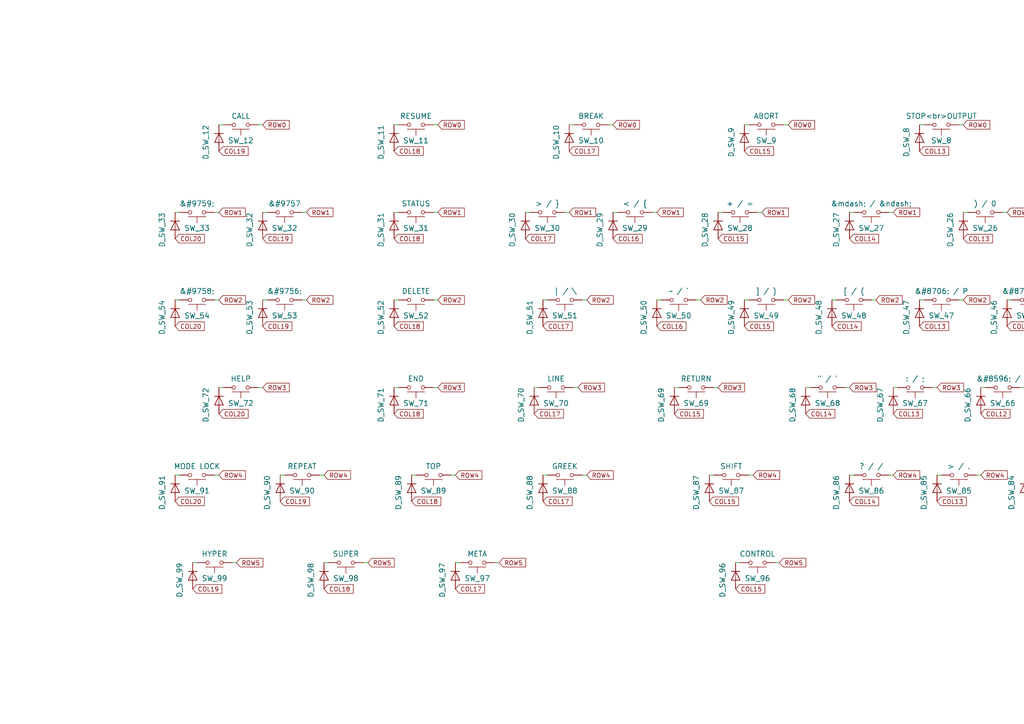
<source format=kicad_sch>
(kicad_sch (version 20211123) (generator eeschema)
  (paper "A4")
  (wire (pts (xy 257.81 137.795) (xy 259.08 137.795)))
  (wire (pts (xy 191.77 86.995) (xy 190.5 86.995)))
  (wire (pts (xy 631.19 36.195) (xy 632.46 36.195)))
  (wire (pts (xy 519.43 163.195) (xy 520.7 163.195)))
  (wire (pts (xy 207.01 137.795) (xy 205.74 137.795)))
  (wire (pts (xy 168.91 137.795) (xy 170.18 137.795)))
  (wire (pts (xy 445.77 86.995) (xy 444.5 86.995)))
  (wire (pts (xy 278.13 86.995) (xy 279.4 86.995)))
  (wire (pts (xy 298.45 137.795) (xy 297.18 137.795)))
  (wire (pts (xy 77.47 61.595) (xy 76.2 61.595)))
  (wire (pts (xy 260.35 112.395) (xy 259.08 112.395)))
  (wire (pts (xy 280.67 61.595) (xy 279.4 61.595)))
  (wire (pts (xy 430.53 86.995) (xy 431.8 86.995)))
  (wire (pts (xy 455.93 86.995) (xy 457.2 86.995)))
  (wire (pts (xy 410.21 137.795) (xy 411.48 137.795)))
  (wire (pts (xy 207.01 112.395) (xy 208.28 112.395)))
  (wire (pts (xy 481.33 86.995) (xy 482.6 86.995)))
  (wire (pts (xy 247.65 61.595) (xy 246.38 61.595)))
  (wire (pts (xy 158.75 137.795) (xy 157.48 137.795)))
  (wire (pts (xy 133.35 163.195) (xy 132.08 163.195)))
  (wire (pts (xy 372.11 163.195) (xy 373.38 163.195)))
  (wire (pts (xy 74.93 112.395) (xy 76.2 112.395)))
  (wire (pts (xy 450.85 137.795) (xy 449.58 137.795)))
  (wire (pts (xy 214.63 163.195) (xy 213.36 163.195)))
  (wire (pts (xy 621.03 36.195) (xy 619.76 36.195)))
  (wire (pts (xy 643.89 61.595) (xy 645.16 61.595)))
  (wire (pts (xy 570.23 86.995) (xy 568.96 86.995)))
  (wire (pts (xy 471.17 36.195) (xy 469.9 36.195)))
  (wire (pts (xy 245.11 112.395) (xy 246.38 112.395)))
  (wire (pts (xy 196.85 112.395) (xy 195.58 112.395)))
  (wire (pts (xy 125.73 112.395) (xy 127 112.395)))
  (wire (pts (xy 125.73 36.195) (xy 127 36.195)))
  (wire (pts (xy 532.13 112.395) (xy 533.4 112.395)))
  (wire (pts (xy 153.67 61.595) (xy 152.4 61.595)))
  (wire (pts (xy 575.31 137.795) (xy 576.58 137.795)))
  (wire (pts (xy 158.75 86.995) (xy 157.48 86.995)))
  (wire (pts (xy 473.71 112.395) (xy 474.98 112.395)))
  (wire (pts (xy 130.81 137.795) (xy 132.08 137.795)))
  (wire (pts (xy 57.15 163.195) (xy 55.88 163.195)))
  (wire (pts (xy 506.73 61.595) (xy 505.46 61.595)))
  (wire (pts (xy 217.17 137.795) (xy 218.44 137.795)))
  (wire (pts (xy 62.23 86.995) (xy 63.5 86.995)))
  (wire (pts (xy 570.23 36.195) (xy 568.96 36.195)))
  (wire (pts (xy 168.91 86.995) (xy 170.18 86.995)))
  (wire (pts (xy 519.43 36.195) (xy 518.16 36.195)))
  (wire (pts (xy 285.75 112.395) (xy 284.48 112.395)))
  (wire (pts (xy 283.21 137.795) (xy 284.48 137.795)))
  (wire (pts (xy 621.03 112.395) (xy 619.76 112.395)))
  (wire (pts (xy 346.71 112.395) (xy 347.98 112.395)))
  (wire (pts (xy 62.23 137.795) (xy 63.5 137.795)))
  (wire (pts (xy 115.57 86.995) (xy 114.3 86.995)))
  (wire (pts (xy 537.21 86.995) (xy 538.48 86.995)))
  (wire (pts (xy 92.71 137.795) (xy 93.98 137.795)))
  (wire (pts (xy 349.25 137.795) (xy 347.98 137.795)))
  (wire (pts (xy 516.89 137.795) (xy 515.62 137.795)))
  (wire (pts (xy 633.73 86.995) (xy 632.46 86.995)))
  (wire (pts (xy 499.11 112.395) (xy 500.38 112.395)))
  (wire (pts (xy 394.97 86.995) (xy 393.7 86.995)))
  (wire (pts (xy 189.23 61.595) (xy 190.5 61.595)))
  (wire (pts (xy 143.51 163.195) (xy 144.78 163.195)))
  (wire (pts (xy 628.65 163.195) (xy 627.38 163.195)))
  (wire (pts (xy 438.15 112.395) (xy 436.88 112.395)))
  (wire (pts (xy 217.17 36.195) (xy 215.9 36.195)))
  (wire (pts (xy 328.93 36.195) (xy 330.2 36.195)))
  (wire (pts (xy 580.39 86.995) (xy 581.66 86.995)))
  (wire (pts (xy 580.39 61.595) (xy 581.66 61.595)))
  (wire (pts (xy 227.33 86.995) (xy 228.6 86.995)))
  (wire (pts (xy 570.23 112.395) (xy 568.96 112.395)))
  (wire (pts (xy 369.57 36.195) (xy 368.3 36.195)))
  (wire (pts (xy 242.57 86.995) (xy 241.3 86.995)))
  (wire (pts (xy 425.45 137.795) (xy 424.18 137.795)))
  (wire (pts (xy 361.95 112.395) (xy 360.68 112.395)))
  (wire (pts (xy 115.57 36.195) (xy 114.3 36.195)))
  (wire (pts (xy 562.61 163.195) (xy 563.88 163.195)))
  (wire (pts (xy 387.35 112.395) (xy 386.08 112.395)))
  (wire (pts (xy 361.95 163.195) (xy 360.68 163.195)))
  (wire (pts (xy 64.77 112.395) (xy 63.5 112.395)))
  (wire (pts (xy 521.97 112.395) (xy 520.7 112.395)))
  (wire (pts (xy 311.15 112.395) (xy 309.88 112.395)))
  (wire (pts (xy 82.55 137.795) (xy 81.28 137.795)))
  (wire (pts (xy 488.95 112.395) (xy 487.68 112.395)))
  (wire (pts (xy 224.79 163.195) (xy 226.06 163.195)))
  (wire (pts (xy 318.77 86.995) (xy 317.5 86.995)))
  (wire (pts (xy 270.51 112.395) (xy 271.78 112.395)))
  (wire (pts (xy 341.63 61.595) (xy 342.9 61.595)))
  (wire (pts (xy 481.33 61.595) (xy 480.06 61.595)))
  (wire (pts (xy 306.07 61.595) (xy 304.8 61.595)))
  (wire (pts (xy 435.61 137.795) (xy 436.88 137.795)))
  (wire (pts (xy 638.81 163.195) (xy 640.08 163.195)))
  (wire (pts (xy 115.57 61.595) (xy 114.3 61.595)))
  (wire (pts (xy 509.27 163.195) (xy 508 163.195)))
  (wire (pts (xy 278.13 36.195) (xy 279.4 36.195)))
  (wire (pts (xy 481.33 36.195) (xy 482.6 36.195)))
  (wire (pts (xy 468.63 61.595) (xy 469.9 61.595)))
  (wire (pts (xy 308.61 137.795) (xy 309.88 137.795)))
  (wire (pts (xy 392.43 61.595) (xy 393.7 61.595)))
  (wire (pts (xy 367.03 61.595) (xy 368.3 61.595)))
  (wire (pts (xy 323.85 137.795) (xy 322.58 137.795)))
  (wire (pts (xy 156.21 112.395) (xy 154.94 112.395)))
  (wire (pts (xy 463.55 112.395) (xy 462.28 112.395)))
  (wire (pts (xy 461.01 137.795) (xy 462.28 137.795)))
  (wire (pts (xy 247.65 137.795) (xy 246.38 137.795)))
  (wire (pts (xy 527.05 137.795) (xy 528.32 137.795)))
  (wire (pts (xy 321.31 112.395) (xy 322.58 112.395)))
  (wire (pts (xy 87.63 61.595) (xy 88.9 61.595)))
  (wire (pts (xy 176.53 36.195) (xy 177.8 36.195)))
  (wire (pts (xy 433.07 61.595) (xy 431.8 61.595)))
  (wire (pts (xy 417.83 61.595) (xy 419.1 61.595)))
  (wire (pts (xy 267.97 36.195) (xy 266.7 36.195)))
  (wire (pts (xy 430.53 36.195) (xy 431.8 36.195)))
  (wire (pts (xy 379.73 86.995) (xy 381 86.995)))
  (wire (pts (xy 374.65 137.795) (xy 373.38 137.795)))
  (wire (pts (xy 400.05 137.795) (xy 398.78 137.795)))
  (wire (pts (xy 384.81 137.795) (xy 386.08 137.795)))
  (wire (pts (xy 87.63 86.995) (xy 88.9 86.995)))
  (wire (pts (xy 52.07 61.595) (xy 50.8 61.595)))
  (wire (pts (xy 105.41 163.195) (xy 106.68 163.195)))
  (wire (pts (xy 476.25 137.795) (xy 474.98 137.795)))
  (wire (pts (xy 331.47 61.595) (xy 330.2 61.595)))
  (wire (pts (xy 643.89 137.795) (xy 645.16 137.795)))
  (wire (pts (xy 163.83 61.595) (xy 165.1 61.595)))
  (wire (pts (xy 316.23 61.595) (xy 317.5 61.595)))
  (wire (pts (xy 179.07 61.595) (xy 177.8 61.595)))
  (wire (pts (xy 580.39 36.195) (xy 581.66 36.195)))
  (wire (pts (xy 422.91 112.395) (xy 424.18 112.395)))
  (wire (pts (xy 643.89 86.995) (xy 645.16 86.995)))
  (wire (pts (xy 603.25 137.795) (xy 601.98 137.795)))
  (wire (pts (xy 359.41 137.795) (xy 360.68 137.795)))
  (wire (pts (xy 344.17 86.995) (xy 342.9 86.995)))
  (wire (pts (xy 580.39 112.395) (xy 581.66 112.395)))
  (wire (pts (xy 471.17 86.995) (xy 469.9 86.995)))
  (wire (pts (xy 633.73 61.595) (xy 632.46 61.595)))
  (wire (pts (xy 336.55 112.395) (xy 335.28 112.395)))
  (wire (pts (xy 420.37 86.995) (xy 419.1 86.995)))
  (wire (pts (xy 397.51 112.395) (xy 398.78 112.395)))
  (wire (pts (xy 74.93 36.195) (xy 76.2 36.195)))
  (wire (pts (xy 618.49 86.995) (xy 619.76 86.995)))
  (wire (pts (xy 334.01 137.795) (xy 335.28 137.795)))
  (wire (pts (xy 372.11 112.395) (xy 373.38 112.395)))
  (wire (pts (xy 328.93 86.995) (xy 330.2 86.995)))
  (wire (pts (xy 120.65 137.795) (xy 119.38 137.795)))
  (wire (pts (xy 633.73 137.795) (xy 632.46 137.795)))
  (wire (pts (xy 295.91 112.395) (xy 297.18 112.395)))
  (wire (pts (xy 613.41 137.795) (xy 614.68 137.795)))
  (wire (pts (xy 252.73 86.995) (xy 254 86.995)))
  (wire (pts (xy 407.67 61.595) (xy 406.4 61.595)))
  (wire (pts (xy 293.37 86.995) (xy 292.1 86.995)))
  (wire (pts (xy 631.19 112.395) (xy 632.46 112.395)))
  (wire (pts (xy 219.71 61.595) (xy 220.98 61.595)))
  (wire (pts (xy 234.95 112.395) (xy 233.68 112.395)))
  (wire (pts (xy 486.41 137.795) (xy 487.68 137.795)))
  (wire (pts (xy 552.45 163.195) (xy 551.18 163.195)))
  (wire (pts (xy 303.53 86.995) (xy 304.8 86.995)))
  (wire (pts (xy 257.81 61.595) (xy 259.08 61.595)))
  (wire (pts (xy 491.49 61.595) (xy 492.76 61.595)))
  (wire (pts (xy 532.13 61.595) (xy 530.86 61.595)))
  (wire (pts (xy 77.47 86.995) (xy 76.2 86.995)))
  (wire (pts (xy 64.77 36.195) (xy 63.5 36.195)))
  (wire (pts (xy 420.37 36.195) (xy 419.1 36.195)))
  (wire (pts (xy 52.07 137.795) (xy 50.8 137.795)))
  (wire (pts (xy 529.59 36.195) (xy 530.86 36.195)))
  (wire (pts (xy 227.33 36.195) (xy 228.6 36.195)))
  (wire (pts (xy 356.87 61.595) (xy 355.6 61.595)))
  (wire (pts (xy 166.37 36.195) (xy 165.1 36.195)))
  (wire (pts (xy 95.25 163.195) (xy 93.98 163.195)))
  (wire (pts (xy 217.17 86.995) (xy 215.9 86.995)))
  (wire (pts (xy 125.73 61.595) (xy 127 61.595)))
  (wire (pts (xy 570.23 61.595) (xy 568.96 61.595)))
  (wire (pts (xy 379.73 36.195) (xy 381 36.195)))
  (wire (pts (xy 448.31 112.395) (xy 449.58 112.395)))
  (wire (pts (xy 412.75 112.395) (xy 411.48 112.395)))
  (wire (pts (xy 166.37 112.395) (xy 167.64 112.395)))
  (wire (pts (xy 608.33 61.595) (xy 607.06 61.595)))
  (wire (pts (xy 542.29 61.595) (xy 543.56 61.595)))
  (wire (pts (xy 405.13 86.995) (xy 406.4 86.995)))
  (wire (pts (xy 62.23 61.595) (xy 63.5 61.595)))
  (wire (pts (xy 273.05 137.795) (xy 271.78 137.795)))
  (wire (pts (xy 494.03 86.995) (xy 492.76 86.995)))
  (wire (pts (xy 52.07 86.995) (xy 50.8 86.995)))
  (wire (pts (xy 443.23 61.595) (xy 444.5 61.595)))
  (wire (pts (xy 354.33 86.995) (xy 355.6 86.995)))
  (wire (pts (xy 115.57 112.395) (xy 114.3 112.395)))
  (wire (pts (xy 290.83 61.595) (xy 292.1 61.595)))
  (wire (pts (xy 504.19 86.995) (xy 505.46 86.995)))
  (wire (pts (xy 458.47 61.595) (xy 457.2 61.595)))
  (wire (pts (xy 516.89 61.595) (xy 518.16 61.595)))
  (wire (pts (xy 600.71 163.195) (xy 601.98 163.195)))
  (wire (pts (xy 209.55 61.595) (xy 208.28 61.595)))
  (wire (pts (xy 67.31 163.195) (xy 68.58 163.195)))
  (wire (pts (xy 369.57 86.995) (xy 368.3 86.995)))
  (wire (pts (xy 618.49 61.595) (xy 619.76 61.595)))
  (wire (pts (xy 201.93 86.995) (xy 203.2 86.995)))
  (wire (pts (xy 590.55 163.195) (xy 589.28 163.195)))
  (wire (pts (xy 382.27 61.595) (xy 381 61.595)))
  (wire (pts (xy 318.77 36.195) (xy 317.5 36.195)))
  (wire (pts (xy 565.15 137.795) (xy 563.88 137.795)))
  (wire (pts (xy 527.05 86.995) (xy 525.78 86.995)))
  (wire (pts (xy 267.97 86.995) (xy 266.7 86.995)))
  (wire (pts (xy 608.33 86.995) (xy 607.06 86.995)))
  (wire (pts (xy 125.73 86.995) (xy 127 86.995)))
  (global_label "COL0" (shape input) (at 619.76 43.815 0) (property "Intersheet References" "${INTERSHEET_REFS}" (effects hide)))
  (global_label "COL8" (shape input) (at 398.78 145.415 0) (property "Intersheet References" "${INTERSHEET_REFS}" (effects hide)))
  (global_label "ROW2" (shape input) (at 279.4 86.995 0) (property "Intersheet References" "${INTERSHEET_REFS}" (effects hide)))
  (global_label "ROW4" (shape input) (at 386.08 137.795 0) (property "Intersheet References" "${INTERSHEET_REFS}" (effects hide)))
  (global_label "ROW3" (shape input) (at 167.64 112.395 0) (property "Intersheet References" "${INTERSHEET_REFS}" (effects hide)))
  (global_label "ROW4" (shape input) (at 645.16 137.795 0) (property "Intersheet References" "${INTERSHEET_REFS}" (effects hide)))
  (global_label "COL2" (shape input) (at 563.88 145.415 0) (property "Intersheet References" "${INTERSHEET_REFS}" (effects hide)))
  (global_label "ROW5" (shape input) (at 601.98 163.195 0) (property "Intersheet References" "${INTERSHEET_REFS}" (effects hide)))
  (global_label "COL12" (shape input) (at 304.8 69.215 0) (property "Intersheet References" "${INTERSHEET_REFS}" (effects hide)))
  (global_label "COL2" (shape input) (at 568.96 94.615 0) (property "Intersheet References" "${INTERSHEET_REFS}" (effects hide)))
  (global_label "COL4" (shape input) (at 505.46 69.215 0) (property "Intersheet References" "${INTERSHEET_REFS}" (effects hide)))
  (global_label "COL5" (shape input) (at 469.9 43.815 0) (property "Intersheet References" "${INTERSHEET_REFS}" (effects hide)))
  (global_label "ROW4" (shape input) (at 360.68 137.795 0) (property "Intersheet References" "${INTERSHEET_REFS}" (effects hide)))
  (global_label "ROW1" (shape input) (at 492.76 61.595 0) (property "Intersheet References" "${INTERSHEET_REFS}" (effects hide)))
  (global_label "COL3" (shape input) (at 515.62 145.415 0) (property "Intersheet References" "${INTERSHEET_REFS}" (effects hide)))
  (global_label "COL11" (shape input) (at 330.2 69.215 0) (property "Intersheet References" "${INTERSHEET_REFS}" (effects hide)))
  (global_label "ROW2" (shape input) (at 581.66 86.995 0) (property "Intersheet References" "${INTERSHEET_REFS}" (effects hide)))
  (global_label "ROW1" (shape input) (at 220.98 61.595 0) (property "Intersheet References" "${INTERSHEET_REFS}" (effects hide)))
  (global_label "ROW1" (shape input) (at 419.1 61.595 0) (property "Intersheet References" "${INTERSHEET_REFS}" (effects hide)))
  (global_label "COL0" (shape input) (at 632.46 69.215 0) (property "Intersheet References" "${INTERSHEET_REFS}" (effects hide)))
  (global_label "COL13" (shape input) (at 279.4 69.215 0) (property "Intersheet References" "${INTERSHEET_REFS}" (effects hide)))
  (global_label "COL10" (shape input) (at 355.6 69.215 0) (property "Intersheet References" "${INTERSHEET_REFS}" (effects hide)))
  (global_label "ROW5" (shape input) (at 106.68 163.195 0) (property "Intersheet References" "${INTERSHEET_REFS}" (effects hide)))
  (global_label "ROW3" (shape input) (at 271.78 112.395 0) (property "Intersheet References" "${INTERSHEET_REFS}" (effects hide)))
  (global_label "COL8" (shape input) (at 406.4 69.215 0) (property "Intersheet References" "${INTERSHEET_REFS}" (effects hide)))
  (global_label "COL20" (shape input) (at 63.5 120.015 0) (property "Intersheet References" "${INTERSHEET_REFS}" (effects hide)))
  (global_label "ROW3" (shape input) (at 474.98 112.395 0) (property "Intersheet References" "${INTERSHEET_REFS}" (effects hide)))
  (global_label "ROW0" (shape input) (at 177.8 36.195 0) (property "Intersheet References" "${INTERSHEET_REFS}" (effects hide)))
  (global_label "ROW4" (shape input) (at 259.08 137.795 0) (property "Intersheet References" "${INTERSHEET_REFS}" (effects hide)))
  (global_label "ROW1" (shape input) (at 259.08 61.595 0) (property "Intersheet References" "${INTERSHEET_REFS}" (effects hide)))
  (global_label "COL7" (shape input) (at 411.48 120.015 0) (property "Intersheet References" "${INTERSHEET_REFS}" (effects hide)))
  (global_label "ROW3" (shape input) (at 398.78 112.395 0) (property "Intersheet References" "${INTERSHEET_REFS}" (effects hide)))
  (global_label "COL13" (shape input) (at 259.08 120.015 0) (property "Intersheet References" "${INTERSHEET_REFS}" (effects hide)))
  (global_label "COL20" (shape input) (at 50.8 145.415 0) (property "Intersheet References" "${INTERSHEET_REFS}" (effects hide)))
  (global_label "ROW3" (shape input) (at 500.38 112.395 0) (property "Intersheet References" "${INTERSHEET_REFS}" (effects hide)))
  (global_label "COL12" (shape input) (at 284.48 120.015 0) (property "Intersheet References" "${INTERSHEET_REFS}" (effects hide)))
  (global_label "ROW2" (shape input) (at 645.16 86.995 0) (property "Intersheet References" "${INTERSHEET_REFS}" (effects hide)))
  (global_label "COL11" (shape input) (at 317.5 43.815 0) (property "Intersheet References" "${INTERSHEET_REFS}" (effects hide)))
  (global_label "COL2" (shape input) (at 551.18 170.815 0) (property "Intersheet References" "${INTERSHEET_REFS}" (effects hide)))
  (global_label "COL11" (shape input) (at 309.88 120.015 0) (property "Intersheet References" "${INTERSHEET_REFS}" (effects hide)))
  (global_label "COL9" (shape input) (at 381 69.215 0) (property "Intersheet References" "${INTERSHEET_REFS}" (effects hide)))
  (global_label "ROW2" (shape input) (at 406.4 86.995 0) (property "Intersheet References" "${INTERSHEET_REFS}" (effects hide)))
  (global_label "ROW5" (shape input) (at 144.78 163.195 0) (property "Intersheet References" "${INTERSHEET_REFS}" (effects hide)))
  (global_label "ROW3" (shape input) (at 449.58 112.395 0) (property "Intersheet References" "${INTERSHEET_REFS}" (effects hide)))
  (global_label "ROW1" (shape input) (at 581.66 61.595 0) (property "Intersheet References" "${INTERSHEET_REFS}" (effects hide)))
  (global_label "COL17" (shape input) (at 157.48 94.615 0) (property "Intersheet References" "${INTERSHEET_REFS}" (effects hide)))
  (global_label "COL3" (shape input) (at 508 170.815 0) (property "Intersheet References" "${INTERSHEET_REFS}" (effects hide)))
  (global_label "ROW0" (shape input) (at 228.6 36.195 0) (property "Intersheet References" "${INTERSHEET_REFS}" (effects hide)))
  (global_label "ROW1" (shape input) (at 518.16 61.595 0) (property "Intersheet References" "${INTERSHEET_REFS}" (effects hide)))
  (global_label "COL19" (shape input) (at 76.2 94.615 0) (property "Intersheet References" "${INTERSHEET_REFS}" (effects hide)))
  (global_label "COL5" (shape input) (at 469.9 94.615 0) (property "Intersheet References" "${INTERSHEET_REFS}" (effects hide)))
  (global_label "ROW5" (shape input) (at 520.7 163.195 0) (property "Intersheet References" "${INTERSHEET_REFS}" (effects hide)))
  (global_label "COL20" (shape input) (at 50.8 69.215 0) (property "Intersheet References" "${INTERSHEET_REFS}" (effects hide)))
  (global_label "ROW3" (shape input) (at 347.98 112.395 0) (property "Intersheet References" "${INTERSHEET_REFS}" (effects hide)))
  (global_label "COL5" (shape input) (at 474.98 145.415 0) (property "Intersheet References" "${INTERSHEET_REFS}" (effects hide)))
  (global_label "ROW1" (shape input) (at 63.5 61.595 0) (property "Intersheet References" "${INTERSHEET_REFS}" (effects hide)))
  (global_label "COL4" (shape input) (at 487.68 120.015 0) (property "Intersheet References" "${INTERSHEET_REFS}" (effects hide)))
  (global_label "ROW1" (shape input) (at 165.1 61.595 0) (property "Intersheet References" "${INTERSHEET_REFS}" (effects hide)))
  (global_label "ROW2" (shape input) (at 88.9 86.995 0) (property "Intersheet References" "${INTERSHEET_REFS}" (effects hide)))
  (global_label "COL17" (shape input) (at 157.48 145.415 0) (property "Intersheet References" "${INTERSHEET_REFS}" (effects hide)))
  (global_label "COL0" (shape input) (at 632.46 145.415 0) (property "Intersheet References" "${INTERSHEET_REFS}" (effects hide)))
  (global_label "ROW4" (shape input) (at 335.28 137.795 0) (property "Intersheet References" "${INTERSHEET_REFS}" (effects hide)))
  (global_label "COL17" (shape input) (at 152.4 69.215 0) (property "Intersheet References" "${INTERSHEET_REFS}" (effects hide)))
  (global_label "COL7" (shape input) (at 419.1 94.615 0) (property "Intersheet References" "${INTERSHEET_REFS}" (effects hide)))
  (global_label "ROW5" (shape input) (at 640.08 163.195 0) (property "Intersheet References" "${INTERSHEET_REFS}" (effects hide)))
  (global_label "ROW5" (shape input) (at 563.88 163.195 0) (property "Intersheet References" "${INTERSHEET_REFS}" (effects hide)))
  (global_label "COL9" (shape input) (at 368.3 94.615 0) (property "Intersheet References" "${INTERSHEET_REFS}" (effects hide)))
  (global_label "COL17" (shape input) (at 154.94 120.015 0) (property "Intersheet References" "${INTERSHEET_REFS}" (effects hide)))
  (global_label "COL11" (shape input) (at 317.5 94.615 0) (property "Intersheet References" "${INTERSHEET_REFS}" (effects hide)))
  (global_label "COL3" (shape input) (at 530.86 69.215 0) (property "Intersheet References" "${INTERSHEET_REFS}" (effects hide)))
  (global_label "ROW3" (shape input) (at 297.18 112.395 0) (property "Intersheet References" "${INTERSHEET_REFS}" (effects hide)))
  (global_label "ROW2" (shape input) (at 457.2 86.995 0) (property "Intersheet References" "${INTERSHEET_REFS}" (effects hide)))
  (global_label "COL12" (shape input) (at 292.1 94.615 0) (property "Intersheet References" "${INTERSHEET_REFS}" (effects hide)))
  (global_label "ROW4" (shape input) (at 614.68 137.795 0) (property "Intersheet References" "${INTERSHEET_REFS}" (effects hide)))
  (global_label "ROW1" (shape input) (at 317.5 61.595 0) (property "Intersheet References" "${INTERSHEET_REFS}" (effects hide)))
  (global_label "COL10" (shape input) (at 347.98 145.415 0) (property "Intersheet References" "${INTERSHEET_REFS}" (effects hide)))
  (global_label "COL13" (shape input) (at 266.7 43.815 0) (property "Intersheet References" "${INTERSHEET_REFS}" (effects hide)))
  (global_label "ROW2" (shape input) (at 538.48 86.995 0) (property "Intersheet References" "${INTERSHEET_REFS}" (effects hide)))
  (global_label "COL19" (shape input) (at 81.28 145.415 0) (property "Intersheet References" "${INTERSHEET_REFS}" (effects hide)))
  (global_label "ROW3" (shape input) (at 424.18 112.395 0) (property "Intersheet References" "${INTERSHEET_REFS}" (effects hide)))
  (global_label "ROW4" (shape input) (at 487.68 137.795 0) (property "Intersheet References" "${INTERSHEET_REFS}" (effects hide)))
  (global_label "COL8" (shape input) (at 393.7 94.615 0) (property "Intersheet References" "${INTERSHEET_REFS}" (effects hide)))
  (global_label "ROW1" (shape input) (at 88.9 61.595 0) (property "Intersheet References" "${INTERSHEET_REFS}" (effects hide)))
  (global_label "COL16" (shape input) (at 190.5 94.615 0) (property "Intersheet References" "${INTERSHEET_REFS}" (effects hide)))
  (global_label "COL17" (shape input) (at 165.1 43.815 0) (property "Intersheet References" "${INTERSHEET_REFS}" (effects hide)))
  (global_label "COL15" (shape input) (at 215.9 43.815 0) (property "Intersheet References" "${INTERSHEET_REFS}" (effects hide)))
  (global_label "COL15" (shape input) (at 215.9 94.615 0) (property "Intersheet References" "${INTERSHEET_REFS}" (effects hide)))
  (global_label "ROW3" (shape input) (at 246.38 112.395 0) (property "Intersheet References" "${INTERSHEET_REFS}" (effects hide)))
  (global_label "ROW1" (shape input) (at 393.7 61.595 0) (property "Intersheet References" "${INTERSHEET_REFS}" (effects hide)))
  (global_label "COL6" (shape input) (at 457.2 69.215 0) (property "Intersheet References" "${INTERSHEET_REFS}" (effects hide)))
  (global_label "ROW3" (shape input) (at 373.38 112.395 0) (property "Intersheet References" "${INTERSHEET_REFS}" (effects hide)))
  (global_label "ROW1" (shape input) (at 543.56 61.595 0) (property "Intersheet References" "${INTERSHEET_REFS}" (effects hide)))
  (global_label "ROW4" (shape input) (at 576.58 137.795 0) (property "Intersheet References" "${INTERSHEET_REFS}" (effects hide)))
  (global_label "ROW3" (shape input) (at 533.4 112.395 0) (property "Intersheet References" "${INTERSHEET_REFS}" (effects hide)))
  (global_label "ROW3" (shape input) (at 581.66 112.395 0) (property "Intersheet References" "${INTERSHEET_REFS}" (effects hide)))
  (global_label "ROW4" (shape input) (at 63.5 137.795 0) (property "Intersheet References" "${INTERSHEET_REFS}" (effects hide)))
  (global_label "COL7" (shape input) (at 419.1 43.815 0) (property "Intersheet References" "${INTERSHEET_REFS}" (effects hide)))
  (global_label "ROW3" (shape input) (at 632.46 112.395 0) (property "Intersheet References" "${INTERSHEET_REFS}" (effects hide)))
  (global_label "ROW2" (shape input) (at 381 86.995 0) (property "Intersheet References" "${INTERSHEET_REFS}" (effects hide)))
  (global_label "COL1" (shape input) (at 607.06 94.615 0) (property "Intersheet References" "${INTERSHEET_REFS}" (effects hide)))
  (global_label "ROW4" (shape input) (at 218.44 137.795 0) (property "Intersheet References" "${INTERSHEET_REFS}" (effects hide)))
  (global_label "COL3" (shape input) (at 525.78 94.615 0) (property "Intersheet References" "${INTERSHEET_REFS}" (effects hide)))
  (global_label "ROW2" (shape input) (at 170.18 86.995 0) (property "Intersheet References" "${INTERSHEET_REFS}" (effects hide)))
  (global_label "ROW2" (shape input) (at 127 86.995 0) (property "Intersheet References" "${INTERSHEET_REFS}" (effects hide)))
  (global_label "COL13" (shape input) (at 271.78 145.415 0) (property "Intersheet References" "${INTERSHEET_REFS}" (effects hide)))
  (global_label "COL19" (shape input) (at 55.88 170.815 0) (property "Intersheet References" "${INTERSHEET_REFS}" (effects hide)))
  (global_label "ROW4" (shape input) (at 528.32 137.795 0) (property "Intersheet References" "${INTERSHEET_REFS}" (effects hide)))
  (global_label "ROW4" (shape input) (at 93.98 137.795 0) (property "Intersheet References" "${INTERSHEET_REFS}" (effects hide)))
  (global_label "COL6" (shape input) (at 436.88 120.015 0) (property "Intersheet References" "${INTERSHEET_REFS}" (effects hide)))
  (global_label "ROW0" (shape input) (at 76.2 36.195 0) (property "Intersheet References" "${INTERSHEET_REFS}" (effects hide)))
  (global_label "ROW1" (shape input) (at 190.5 61.595 0) (property "Intersheet References" "${INTERSHEET_REFS}" (effects hide)))
  (global_label "ROW4" (shape input) (at 309.88 137.795 0) (property "Intersheet References" "${INTERSHEET_REFS}" (effects hide)))
  (global_label "ROW4" (shape input) (at 132.08 137.795 0) (property "Intersheet References" "${INTERSHEET_REFS}" (effects hide)))
  (global_label "ROW2" (shape input) (at 431.8 86.995 0) (property "Intersheet References" "${INTERSHEET_REFS}" (effects hide)))
  (global_label "ROW3" (shape input) (at 76.2 112.395 0) (property "Intersheet References" "${INTERSHEET_REFS}" (effects hide)))
  (global_label "ROW5" (shape input) (at 68.58 163.195 0) (property "Intersheet References" "${INTERSHEET_REFS}" (effects hide)))
  (global_label "COL1" (shape input) (at 607.06 69.215 0) (property "Intersheet References" "${INTERSHEET_REFS}" (effects hide)))
  (global_label "COL9" (shape input) (at 360.68 170.815 0) (property "Intersheet References" "${INTERSHEET_REFS}" (effects hide)))
  (global_label "ROW4" (shape input) (at 462.28 137.795 0) (property "Intersheet References" "${INTERSHEET_REFS}" (effects hide)))
  (global_label "ROW2" (shape input) (at 619.76 86.995 0) (property "Intersheet References" "${INTERSHEET_REFS}" (effects hide)))
  (global_label "ROW0" (shape input) (at 431.8 36.195 0) (property "Intersheet References" "${INTERSHEET_REFS}" (effects hide)))
  (global_label "ROW2" (shape input) (at 203.2 86.995 0) (property "Intersheet References" "${INTERSHEET_REFS}" (effects hide)))
  (global_label "COL19" (shape input) (at 76.2 69.215 0) (property "Intersheet References" "${INTERSHEET_REFS}" (effects hide)))
  (global_label "ROW2" (shape input) (at 505.46 86.995 0) (property "Intersheet References" "${INTERSHEET_REFS}" (effects hide)))
  (global_label "COL4" (shape input) (at 492.76 94.615 0) (property "Intersheet References" "${INTERSHEET_REFS}" (effects hide)))
  (global_label "COL5" (shape input) (at 480.06 69.215 0) (property "Intersheet References" "${INTERSHEET_REFS}" (effects hide)))
  (global_label "COL7" (shape input) (at 424.18 145.415 0) (property "Intersheet References" "${INTERSHEET_REFS}" (effects hide)))
  (global_label "COL2" (shape input) (at 568.96 43.815 0) (property "Intersheet References" "${INTERSHEET_REFS}" (effects hide)))
  (global_label "ROW0" (shape input) (at 482.6 36.195 0) (property "Intersheet References" "${INTERSHEET_REFS}" (effects hide)))
  (global_label "ROW1" (shape input) (at 342.9 61.595 0) (property "Intersheet References" "${INTERSHEET_REFS}" (effects hide)))
  (global_label "COL18" (shape input) (at 114.3 43.815 0) (property "Intersheet References" "${INTERSHEET_REFS}" (effects hide)))
  (global_label "COL1" (shape input) (at 589.28 170.815 0) (property "Intersheet References" "${INTERSHEET_REFS}" (effects hide)))
  (global_label "ROW1" (shape input) (at 619.76 61.595 0) (property "Intersheet References" "${INTERSHEET_REFS}" (effects hide)))
  (global_label "COL14" (shape input) (at 246.38 145.415 0) (property "Intersheet References" "${INTERSHEET_REFS}" (effects hide)))
  (global_label "ROW4" (shape input) (at 411.48 137.795 0) (property "Intersheet References" "${INTERSHEET_REFS}" (effects hide)))
  (global_label "COL17" (shape input) (at 132.08 170.815 0) (property "Intersheet References" "${INTERSHEET_REFS}" (effects hide)))
  (global_label "COL20" (shape input) (at 50.8 94.615 0) (property "Intersheet References" "${INTERSHEET_REFS}" (effects hide)))
  (global_label "ROW1" (shape input) (at 645.16 61.595 0) (property "Intersheet References" "${INTERSHEET_REFS}" (effects hide)))
  (global_label "COL9" (shape input) (at 373.38 145.415 0) (property "Intersheet References" "${INTERSHEET_REFS}" (effects hide)))
  (global_label "ROW2" (shape input) (at 63.5 86.995 0) (property "Intersheet References" "${INTERSHEET_REFS}" (effects hide)))
  (global_label "COL13" (shape input) (at 266.7 94.615 0) (property "Intersheet References" "${INTERSHEET_REFS}" (effects hide)))
  (global_label "COL14" (shape input) (at 233.68 120.015 0) (property "Intersheet References" "${INTERSHEET_REFS}" (effects hide)))
  (global_label "COL11" (shape input) (at 322.58 145.415 0) (property "Intersheet References" "${INTERSHEET_REFS}" (effects hide)))
  (global_label "COL0" (shape input) (at 619.76 120.015 0) (property "Intersheet References" "${INTERSHEET_REFS}" (effects hide)))
  (global_label "COL18" (shape input) (at 119.38 145.415 0) (property "Intersheet References" "${INTERSHEET_REFS}" (effects hide)))
  (global_label "COL3" (shape input) (at 518.16 43.815 0) (property "Intersheet References" "${INTERSHEET_REFS}" (effects hide)))
  (global_label "ROW2" (shape input) (at 355.6 86.995 0) (property "Intersheet References" "${INTERSHEET_REFS}" (effects hide)))
  (global_label "ROW0" (shape input) (at 581.66 36.195 0) (property "Intersheet References" "${INTERSHEET_REFS}" (effects hide)))
  (global_label "ROW5" (shape input) (at 226.06 163.195 0) (property "Intersheet References" "${INTERSHEET_REFS}" (effects hide)))
  (global_label "ROW4" (shape input) (at 284.48 137.795 0) (property "Intersheet References" "${INTERSHEET_REFS}" (effects hide)))
  (global_label "ROW2" (shape input) (at 304.8 86.995 0) (property "Intersheet References" "${INTERSHEET_REFS}" (effects hide)))
  (global_label "COL15" (shape input) (at 208.28 69.215 0) (property "Intersheet References" "${INTERSHEET_REFS}" (effects hide)))
  (global_label "COL18" (shape input) (at 114.3 120.015 0) (property "Intersheet References" "${INTERSHEET_REFS}" (effects hide)))
  (global_label "COL2" (shape input) (at 568.96 120.015 0) (property "Intersheet References" "${INTERSHEET_REFS}" (effects hide)))
  (global_label "COL10" (shape input) (at 335.28 120.015 0) (property "Intersheet References" "${INTERSHEET_REFS}" (effects hide)))
  (global_label "COL6" (shape input) (at 444.5 94.615 0) (property "Intersheet References" "${INTERSHEET_REFS}" (effects hide)))
  (global_label "ROW2" (shape input) (at 482.6 86.995 0) (property "Intersheet References" "${INTERSHEET_REFS}" (effects hide)))
  (global_label "ROW2" (shape input) (at 228.6 86.995 0) (property "Intersheet References" "${INTERSHEET_REFS}" (effects hide)))
  (global_label "ROW0" (shape input) (at 632.46 36.195 0) (property "Intersheet References" "${INTERSHEET_REFS}" (effects hide)))
  (global_label "ROW3" (shape input) (at 127 112.395 0) (property "Intersheet References" "${INTERSHEET_REFS}" (effects hide)))
  (global_label "ROW4" (shape input) (at 436.88 137.795 0) (property "Intersheet References" "${INTERSHEET_REFS}" (effects hide)))
  (global_label "ROW1" (shape input) (at 444.5 61.595 0) (property "Intersheet References" "${INTERSHEET_REFS}" (effects hide)))
  (global_label "ROW3" (shape input) (at 322.58 112.395 0) (property "Intersheet References" "${INTERSHEET_REFS}" (effects hide)))
  (global_label "ROW5" (shape input) (at 373.38 163.195 0) (property "Intersheet References" "${INTERSHEET_REFS}" (effects hide)))
  (global_label "COL1" (shape input) (at 601.98 145.415 0) (property "Intersheet References" "${INTERSHEET_REFS}" (effects hide)))
  (global_label "ROW1" (shape input) (at 127 61.595 0) (property "Intersheet References" "${INTERSHEET_REFS}" (effects hide)))
  (global_label "COL2" (shape input) (at 568.96 69.215 0) (property "Intersheet References" "${INTERSHEET_REFS}" (effects hide)))
  (global_label "COL0" (shape input) (at 632.46 94.615 0) (property "Intersheet References" "${INTERSHEET_REFS}" (effects hide)))
  (global_label "ROW2" (shape input) (at 330.2 86.995 0) (property "Intersheet References" "${INTERSHEET_REFS}" (effects hide)))
  (global_label "COL14" (shape input) (at 246.38 69.215 0) (property "Intersheet References" "${INTERSHEET_REFS}" (effects hide)))
  (global_label "COL8" (shape input) (at 386.08 120.015 0) (property "Intersheet References" "${INTERSHEET_REFS}" (effects hide)))
  (global_label "ROW1" (shape input) (at 368.3 61.595 0) (property "Intersheet References" "${INTERSHEET_REFS}" (effects hide)))
  (global_label "COL3" (shape input) (at 520.7 120.015 0) (property "Intersheet References" "${INTERSHEET_REFS}" (effects hide)))
  (global_label "ROW4" (shape input) (at 170.18 137.795 0) (property "Intersheet References" "${INTERSHEET_REFS}" (effects hide)))
  (global_label "COL18" (shape input) (at 93.98 170.815 0) (property "Intersheet References" "${INTERSHEET_REFS}" (effects hide)))
  (global_label "COL15" (shape input) (at 205.74 145.415 0) (property "Intersheet References" "${INTERSHEET_REFS}" (effects hide)))
  (global_label "ROW0" (shape input) (at 330.2 36.195 0) (property "Intersheet References" "${INTERSHEET_REFS}" (effects hide)))
  (global_label "COL9" (shape input) (at 368.3 43.815 0) (property "Intersheet References" "${INTERSHEET_REFS}" (effects hide)))
  (global_label "COL16" (shape input) (at 177.8 69.215 0) (property "Intersheet References" "${INTERSHEET_REFS}" (effects hide)))
  (global_label "ROW3" (shape input) (at 208.28 112.395 0) (property "Intersheet References" "${INTERSHEET_REFS}" (effects hide)))
  (global_label "COL18" (shape input) (at 114.3 94.615 0) (property "Intersheet References" "${INTERSHEET_REFS}" (effects hide)))
  (global_label "COL14" (shape input) (at 241.3 94.615 0) (property "Intersheet References" "${INTERSHEET_REFS}" (effects hide)))
  (global_label "COL6" (shape input) (at 449.58 145.415 0) (property "Intersheet References" "${INTERSHEET_REFS}" (effects hide)))
  (global_label "ROW0" (shape input) (at 279.4 36.195 0) (property "Intersheet References" "${INTERSHEET_REFS}" (effects hide)))
  (global_label "COL0" (shape input) (at 627.38 170.815 0) (property "Intersheet References" "${INTERSHEET_REFS}" (effects hide)))
  (global_label "ROW0" (shape input) (at 127 36.195 0) (property "Intersheet References" "${INTERSHEET_REFS}" (effects hide)))
  (global_label "COL18" (shape input) (at 114.3 69.215 0) (property "Intersheet References" "${INTERSHEET_REFS}" (effects hide)))
  (global_label "ROW1" (shape input) (at 469.9 61.595 0) (property "Intersheet References" "${INTERSHEET_REFS}" (effects hide)))
  (global_label "COL7" (shape input) (at 431.8 69.215 0) (property "Intersheet References" "${INTERSHEET_REFS}" (effects hide)))
  (global_label "COL9" (shape input) (at 360.68 120.015 0) (property "Intersheet References" "${INTERSHEET_REFS}" (effects hide)))
  (global_label "COL15" (shape input) (at 195.58 120.015 0) (property "Intersheet References" "${INTERSHEET_REFS}" (effects hide)))
  (global_label "COL15" (shape input) (at 213.36 170.815 0) (property "Intersheet References" "${INTERSHEET_REFS}" (effects hide)))
  (global_label "ROW0" (shape input) (at 381 36.195 0) (property "Intersheet References" "${INTERSHEET_REFS}" (effects hide)))
  (global_label "ROW2" (shape input) (at 254 86.995 0) (property "Intersheet References" "${INTERSHEET_REFS}" (effects hide)))
  (global_label "ROW1" (shape input) (at 292.1 61.595 0) (property "Intersheet References" "${INTERSHEET_REFS}" (effects hide)))
  (global_label "COL10" (shape input) (at 342.9 94.615 0) (property "Intersheet References" "${INTERSHEET_REFS}" (effects hide)))
  (global_label "ROW0" (shape input) (at 530.86 36.195 0) (property "Intersheet References" "${INTERSHEET_REFS}" (effects hide)))
  (global_label "COL5" (shape input) (at 462.28 120.015 0) (property "Intersheet References" "${INTERSHEET_REFS}" (effects hide)))
  (global_label "COL19" (shape input) (at 63.5 43.815 0) (property "Intersheet References" "${INTERSHEET_REFS}" (effects hide)))
  (global_label "COL12" (shape input) (at 297.18 145.415 0) (property "Intersheet References" "${INTERSHEET_REFS}" (effects hide)))
  (symbol (lib_id "Keyboard-symbols:Switch_SW_Push") (at 494.03 112.395 180) (unit 1)
    (property "Reference" "SW_58" (at 494.03 116.967 0) (effects (font (size 1.524 1.524))))
    (property "Value" "&#8869; / A" (at 494.03 109.855 0) (effects (font (size 1.524 1.524))))
    (property "Footprint" "Keyboardio:MX-KailhClip-1.00u-no-top-ring" (effects hide))
  )
  (symbol (lib_id "Keyboard-symbols:Switch_SW_Push") (at 341.63 112.395 180) (unit 1)
    (property "Reference" "SW_64" (at 341.63 116.967 0) (effects (font (size 1.524 1.524))))
    (property "Value" "&#8592; / J" (at 341.63 109.855 0) (effects (font (size 1.524 1.524))))
    (property "Footprint" "Keyboardio:MX-KailhClip-1.00u-no-top-ring" (effects hide))
  )
  (symbol (lib_id "Keyboard-symbols:Switch_SW_Push") (at 425.45 86.995 180) (unit 1)
    (property "Reference" "SW_41" (at 425.45 91.567 0) (effects (font (size 1.524 1.524))))
    (property "Value" "&#8746; / R" (at 425.45 84.455 0) (effects (font (size 1.524 1.524))))
    (property "Footprint" "Keyboardio:MX-KailhClip-1.00u-no-top-ring" (effects hide))
  )
  (symbol (lib_id "Keyboard-symbols:Device_D") (at 360.68 167.005 90) (unit 1)
    (property "Reference" "D_SW_95" (at 356.87 168.275 0) (effects (font (size 1.524 1.524))))
    (property "Value" "1N4148" (effects hide))
    (property "Footprint" "Keyboardio:D_SOD-123-Keyboardio" (effects hide))
  )
  (symbol (lib_id "Keyboard-symbols:Device_D") (at 322.58 141.605 90) (unit 1)
    (property "Reference" "D_SW_83" (at 318.77 142.875 0) (effects (font (size 1.524 1.524))))
    (property "Value" "1N4148" (effects hide))
    (property "Footprint" "Keyboardio:D_SOD-123-Keyboardio" (effects hide))
  )
  (symbol (lib_id "Keyboard-symbols:Switch_SW_Push") (at 443.23 112.395 180) (unit 1)
    (property "Reference" "SW_60" (at 443.23 116.967 0) (effects (font (size 1.524 1.524))))
    (property "Value" "&#8866; / D" (at 443.23 109.855 0) (effects (font (size 1.524 1.524))))
    (property "Footprint" "Keyboardio:MX-KailhClip-1.00u-no-top-ring" (effects hide))
  )
  (symbol (lib_id "Keyboard-symbols:Device_D") (at 241.3 90.805 90) (unit 1)
    (property "Reference" "D_SW_48" (at 237.49 92.075 0) (effects (font (size 1.524 1.524))))
    (property "Value" "1N4148" (effects hide))
    (property "Footprint" "Keyboardio:D_SOD-123-Keyboardio" (effects hide))
  )
  (symbol (lib_id "Keyboard-symbols:Switch_SW_Push") (at 125.73 137.795 180) (unit 1)
    (property "Reference" "SW_89" (at 125.73 142.367 0) (effects (font (size 1.524 1.524))))
    (property "Value" "TOP" (at 125.73 135.255 0) (effects (font (size 1.524 1.524))))
    (property "Footprint" "Keyboardio:MX-KailhClip-1.5u-no-top-ring" (effects hide))
  )
  (symbol (lib_id "Keyboard-symbols:Switch_SW_Push") (at 367.03 163.195 180) (unit 1)
    (property "Reference" "SW_95" (at 367.03 167.767 0) (effects (font (size 1.524 1.524))))
    (property "Value" "~" (at 367.03 160.655 0) (effects (font (size 1.524 1.524))))
    (property "Footprint" "Keyboardio:MX-KailhClip-7u-no-top-ring" (effects hide))
  )
  (symbol (lib_id "Keyboard-symbols:Switch_SW_Push") (at 240.03 112.395 180) (unit 1)
    (property "Reference" "SW_68" (at 240.03 116.967 0) (effects (font (size 1.524 1.524))))
    (property "Value" "\" / '" (at 240.03 109.855 0) (effects (font (size 1.524 1.524))))
    (property "Footprint" "Keyboardio:MX-KailhClip-1.00u-no-top-ring" (effects hide))
  )
  (symbol (lib_id "Keyboard-symbols:Device_D") (at 563.88 141.605 90) (unit 1)
    (property "Reference" "D_SW_75" (at 560.07 142.875 0) (effects (font (size 1.524 1.524))))
    (property "Value" "1N4148" (effects hide))
    (property "Footprint" "Keyboardio:D_SOD-123-Keyboardio" (effects hide))
  )
  (symbol (lib_id "Keyboard-symbols:Device_D") (at 568.96 40.005 90) (unit 1)
    (property "Reference" "D_SW_2" (at 565.15 41.275 0) (effects (font (size 1.524 1.524))))
    (property "Value" "1N4148" (effects hide))
    (property "Footprint" "Keyboardio:D_SOD-123-Keyboardio" (effects hide))
  )
  (symbol (lib_id "Keyboard-symbols:Switch_SW_Push") (at 163.83 86.995 180) (unit 1)
    (property "Reference" "SW_51" (at 163.83 91.567 0) (effects (font (size 1.524 1.524))))
    (property "Value" "| / \\" (at 163.83 84.455 0) (effects (font (size 1.524 1.524))))
    (property "Footprint" "Keyboardio:MX-KailhClip-1.5u-no-top-ring" (effects hide))
  )
  (symbol (lib_id "Keyboard-symbols:Device_D") (at 368.3 90.805 90) (unit 1)
    (property "Reference" "D_SW_43" (at 364.49 92.075 0) (effects (font (size 1.524 1.524))))
    (property "Value" "1N4148" (effects hide))
    (property "Footprint" "Keyboardio:D_SOD-123-Keyboardio" (effects hide))
  )
  (symbol (lib_id "Keyboard-symbols:Device_D") (at 309.88 116.205 90) (unit 1)
    (property "Reference" "D_SW_65" (at 306.07 117.475 0) (effects (font (size 1.524 1.524))))
    (property "Value" "1N4148" (effects hide))
    (property "Footprint" "Keyboardio:D_SOD-123-Keyboardio" (effects hide))
  )
  (symbol (lib_id "Keyboard-symbols:Device_D") (at 292.1 90.805 90) (unit 1)
    (property "Reference" "D_SW_46" (at 288.29 92.075 0) (effects (font (size 1.524 1.524))))
    (property "Value" "1N4148" (effects hide))
    (property "Footprint" "Keyboardio:D_SOD-123-Keyboardio" (effects hide))
  )
  (symbol (lib_id "Keyboard-symbols:Switch_SW_Push") (at 499.11 86.995 180) (unit 1)
    (property "Reference" "SW_38" (at 499.11 91.567 0) (effects (font (size 1.524 1.524))))
    (property "Value" "&#8743; / Q" (at 499.11 84.455 0) (effects (font (size 1.524 1.524))))
    (property "Footprint" "Keyboardio:MX-KailhClip-1.00u-no-top-ring" (effects hide))
  )
  (symbol (lib_id "Keyboard-symbols:Device_D") (at 154.94 116.205 90) (unit 1)
    (property "Reference" "D_SW_70" (at 151.13 117.475 0) (effects (font (size 1.524 1.524))))
    (property "Value" "1N4148" (effects hide))
    (property "Footprint" "Keyboardio:D_SOD-123-Keyboardio" (effects hide))
  )
  (symbol (lib_id "Keyboard-symbols:Switch_SW_Push") (at 392.43 112.395 180) (unit 1)
    (property "Reference" "SW_62" (at 392.43 116.967 0) (effects (font (size 1.524 1.524))))
    (property "Value" "&#8593; / G" (at 392.43 109.855 0) (effects (font (size 1.524 1.524))))
    (property "Footprint" "Keyboardio:MX-KailhClip-1.00u-no-top-ring" (effects hide))
  )
  (symbol (lib_id "Keyboard-symbols:Device_D") (at 63.5 40.005 90) (unit 1)
    (property "Reference" "D_SW_12" (at 59.69 41.275 0) (effects (font (size 1.524 1.524))))
    (property "Value" "1N4148" (effects hide))
    (property "Footprint" "Keyboardio:D_SOD-123-Keyboardio" (effects hide))
  )
  (symbol (lib_id "Keyboard-symbols:Device_D") (at 492.76 90.805 90) (unit 1)
    (property "Reference" "D_SW_38" (at 488.95 92.075 0) (effects (font (size 1.524 1.524))))
    (property "Value" "1N4148" (effects hide))
    (property "Footprint" "Keyboardio:D_SOD-123-Keyboardio" (effects hide))
  )
  (symbol (lib_id "Keyboard-symbols:Device_D") (at 93.98 167.005 90) (unit 1)
    (property "Reference" "D_SW_98" (at 90.17 168.275 0) (effects (font (size 1.524 1.524))))
    (property "Value" "1N4148" (effects hide))
    (property "Footprint" "Keyboardio:D_SOD-123-Keyboardio" (effects hide))
  )
  (symbol (lib_id "Keyboard-symbols:Device_D") (at 515.62 141.605 90) (unit 1)
    (property "Reference" "D_SW_76" (at 511.81 142.875 0) (effects (font (size 1.524 1.524))))
    (property "Value" "1N4148" (effects hide))
    (property "Footprint" "Keyboardio:D_SOD-123-Keyboardio" (effects hide))
  )
  (symbol (lib_id "Keyboard-symbols:Device_D") (at 469.9 40.005 90) (unit 1)
    (property "Reference" "D_SW_4" (at 466.09 41.275 0) (effects (font (size 1.524 1.524))))
    (property "Value" "1N4148" (effects hide))
    (property "Footprint" "Keyboardio:D_SOD-123-Keyboardio" (effects hide))
  )
  (symbol (lib_id "Keyboard-symbols:Switch_SW_Push") (at 163.83 137.795 180) (unit 1)
    (property "Reference" "SW_88" (at 163.83 142.367 0) (effects (font (size 1.524 1.524))))
    (property "Value" "GREEK" (at 163.83 135.255 0) (effects (font (size 1.524 1.524))))
    (property "Footprint" "Keyboardio:MX-KailhClip-1.5u-no-top-ring" (effects hide))
  )
  (symbol (lib_id "Keyboard-symbols:Device_D") (at 152.4 65.405 90) (unit 1)
    (property "Reference" "D_SW_30" (at 148.59 66.675 0) (effects (font (size 1.524 1.524))))
    (property "Value" "1N4148" (effects hide))
    (property "Footprint" "Keyboardio:D_SOD-123-Keyboardio" (effects hide))
  )
  (symbol (lib_id "Keyboard-symbols:Device_D") (at 233.68 116.205 90) (unit 1)
    (property "Reference" "D_SW_68" (at 229.87 117.475 0) (effects (font (size 1.524 1.524))))
    (property "Value" "1N4148" (effects hide))
    (property "Footprint" "Keyboardio:D_SOD-123-Keyboardio" (effects hide))
  )
  (symbol (lib_id "Keyboard-symbols:Switch_SW_Push") (at 638.81 86.995 180) (unit 1)
    (property "Reference" "SW_34" (at 638.81 91.567 0) (effects (font (size 1.524 1.524))))
    (property "Value" "&#8546;" (at 638.81 84.455 0) (effects (font (size 1.524 1.524))))
    (property "Footprint" "Keyboardio:MX-KailhClip-1.00u-no-top-ring" (effects hide))
  )
  (symbol (lib_id "Keyboard-symbols:Switch_SW_Push") (at 273.05 36.195 180) (unit 1)
    (property "Reference" "SW_8" (at 273.05 40.767 0) (effects (font (size 1.524 1.524))))
    (property "Value" "STOP<br>OUTPUT" (at 273.05 33.655 0) (effects (font (size 1.524 1.524))))
    (property "Footprint" "Keyboardio:MX-KailhClip-2u-no-top-ring" (effects hide))
  )
  (symbol (lib_id "Keyboard-symbols:Switch_SW_Push") (at 361.95 61.595 180) (unit 1)
    (property "Reference" "SW_23" (at 361.95 66.167 0) (effects (font (size 1.524 1.524))))
    (property "Value" "& / 7" (at 361.95 59.055 0) (effects (font (size 1.524 1.524))))
    (property "Footprint" "Keyboardio:MX-KailhClip-1.00u-no-top-ring" (effects hide))
  )
  (symbol (lib_id "Keyboard-symbols:Device_D") (at 50.8 141.605 90) (unit 1)
    (property "Reference" "D_SW_91" (at 46.99 142.875 0) (effects (font (size 1.524 1.524))))
    (property "Value" "1N4148" (effects hide))
    (property "Footprint" "Keyboardio:D_SOD-123-Keyboardio" (effects hide))
  )
  (symbol (lib_id "Keyboard-symbols:Switch_SW_Push") (at 575.31 61.595 180) (unit 1)
    (property "Reference" "SW_15" (at 575.31 66.167 0) (effects (font (size 1.524 1.524))))
    (property "Value" "SYSTEM" (at 575.31 59.055 0) (effects (font (size 1.524 1.524))))
    (property "Footprint" "Keyboardio:MX-KailhClip-2u-no-top-ring" (effects hide))
  )
  (symbol (lib_id "Keyboard-symbols:Switch_SW_Push") (at 455.93 137.795 180) (unit 1)
    (property "Reference" "SW_78" (at 455.93 142.367 0) (effects (font (size 1.524 1.524))))
    (property "Value" "&#8968; / X" (at 455.93 135.255 0) (effects (font (size 1.524 1.524))))
    (property "Footprint" "Keyboardio:MX-KailhClip-1.00u-no-top-ring" (effects hide))
  )
  (symbol (lib_id "Keyboard-symbols:Device_D") (at 632.46 90.805 90) (unit 1)
    (property "Reference" "D_SW_34" (at 628.65 92.075 0) (effects (font (size 1.524 1.524))))
    (property "Value" "1N4148" (effects hide))
    (property "Footprint" "Keyboardio:D_SOD-123-Keyboardio" (effects hide))
  )
  (symbol (lib_id "Keyboard-symbols:Switch_SW_Push") (at 450.85 86.995 180) (unit 1)
    (property "Reference" "SW_40" (at 450.85 91.567 0) (effects (font (size 1.524 1.524))))
    (property "Value" "&#8745; / E" (at 450.85 84.455 0) (effects (font (size 1.524 1.524))))
    (property "Footprint" "Keyboardio:MX-KailhClip-1.00u-no-top-ring" (effects hide))
  )
  (symbol (lib_id "Keyboard-symbols:Device_D") (at 304.8 65.405 90) (unit 1)
    (property "Reference" "D_SW_25" (at 300.99 66.675 0) (effects (font (size 1.524 1.524))))
    (property "Value" "1N4148" (effects hide))
    (property "Footprint" "Keyboardio:D_SOD-123-Keyboardio" (effects hide))
  )
  (symbol (lib_id "Keyboard-symbols:Switch_SW_Push") (at 290.83 112.395 180) (unit 1)
    (property "Reference" "SW_66" (at 290.83 116.967 0) (effects (font (size 1.524 1.524))))
    (property "Value" "&#8596; / L" (at 290.83 109.855 0) (effects (font (size 1.524 1.524))))
    (property "Footprint" "Keyboardio:MX-KailhClip-1.00u-no-top-ring" (effects hide))
  )
  (symbol (lib_id "Keyboard-symbols:Device_D") (at 398.78 141.605 90) (unit 1)
    (property "Reference" "D_SW_80" (at 394.97 142.875 0) (effects (font (size 1.524 1.524))))
    (property "Value" "1N4148" (effects hide))
    (property "Footprint" "Keyboardio:D_SOD-123-Keyboardio" (effects hide))
  )
  (symbol (lib_id "Keyboard-symbols:Device_D") (at 419.1 90.805 90) (unit 1)
    (property "Reference" "D_SW_41" (at 415.29 92.075 0) (effects (font (size 1.524 1.524))))
    (property "Value" "1N4148" (effects hide))
    (property "Footprint" "Keyboardio:D_SOD-123-Keyboardio" (effects hide))
  )
  (symbol (lib_id "Keyboard-symbols:Switch_SW_Push") (at 486.41 61.595 180) (unit 1)
    (property "Reference" "SW_18" (at 486.41 66.167 0) (effects (font (size 1.524 1.524))))
    (property "Value" "@ / 2" (at 486.41 59.055 0) (effects (font (size 1.524 1.524))))
    (property "Footprint" "Keyboardio:MX-KailhClip-1.00u-no-top-ring" (effects hide))
  )
  (symbol (lib_id "Keyboard-symbols:Switch_SW_Push") (at 303.53 137.795 180) (unit 1)
    (property "Reference" "SW_84" (at 303.53 142.367 0) (effects (font (size 1.524 1.524))))
    (property "Value" "< / ," (at 303.53 135.255 0) (effects (font (size 1.524 1.524))))
    (property "Footprint" "Keyboardio:MX-KailhClip-1.00u-no-top-ring" (effects hide))
  )
  (symbol (lib_id "Keyboard-symbols:Switch_SW_Push") (at 161.29 112.395 180) (unit 1)
    (property "Reference" "SW_70" (at 161.29 116.967 0) (effects (font (size 1.524 1.524))))
    (property "Value" "LINE" (at 161.29 109.855 0) (effects (font (size 1.524 1.524))))
    (property "Footprint" "Keyboardio:MX-KailhClip-1.25u-no-top-ring" (effects hide))
  )
  (symbol (lib_id "Keyboard-symbols:Device_D") (at 330.2 65.405 90) (unit 1)
    (property "Reference" "D_SW_24" (at 326.39 66.675 0) (effects (font (size 1.524 1.524))))
    (property "Value" "1N4148" (effects hide))
    (property "Footprint" "Keyboardio:D_SOD-123-Keyboardio" (effects hide))
  )
  (symbol (lib_id "Keyboard-symbols:Device_D") (at 474.98 141.605 90) (unit 1)
    (property "Reference" "D_SW_77" (at 471.17 142.875 0) (effects (font (size 1.524 1.524))))
    (property "Value" "1N4148" (effects hide))
    (property "Footprint" "Keyboardio:D_SOD-123-Keyboardio" (effects hide))
  )
  (symbol (lib_id "Keyboard-symbols:Switch_SW_Push") (at 537.21 61.595 180) (unit 1)
    (property "Reference" "SW_16" (at 537.21 66.167 0) (effects (font (size 1.524 1.524))))
    (property "Value" "± / :" (at 537.21 59.055 0) (effects (font (size 1.524 1.524))))
    (property "Footprint" "Keyboardio:MX-KailhClip-1.00u-no-top-ring" (effects hide))
  )
  (symbol (lib_id "Keyboard-symbols:Device_D") (at 157.48 141.605 90) (unit 1)
    (property "Reference" "D_SW_88" (at 153.67 142.875 0) (effects (font (size 1.524 1.524))))
    (property "Value" "1N4148" (effects hide))
    (property "Footprint" "Keyboardio:D_SOD-123-Keyboardio" (effects hide))
  )
  (symbol (lib_id "Keyboard-symbols:Device_D") (at 279.4 65.405 90) (unit 1)
    (property "Reference" "D_SW_26" (at 275.59 66.675 0) (effects (font (size 1.524 1.524))))
    (property "Value" "1N4148" (effects hide))
    (property "Footprint" "Keyboardio:D_SOD-123-Keyboardio" (effects hide))
  )
  (symbol (lib_id "Keyboard-symbols:Device_D") (at 55.88 167.005 90) (unit 1)
    (property "Reference" "D_SW_99" (at 52.07 168.275 0) (effects (font (size 1.524 1.524))))
    (property "Value" "1N4148" (effects hide))
    (property "Footprint" "Keyboardio:D_SOD-123-Keyboardio" (effects hide))
  )
  (symbol (lib_id "Keyboard-symbols:Switch_SW_Push") (at 323.85 86.995 180) (unit 1)
    (property "Reference" "SW_45" (at 323.85 91.567 0) (effects (font (size 1.524 1.524))))
    (property "Value" "&#8734; / I" (at 323.85 84.455 0) (effects (font (size 1.524 1.524))))
    (property "Footprint" "Keyboardio:MX-KailhClip-1.00u-no-top-ring" (effects hide))
  )
  (symbol (lib_id "Keyboard-symbols:Device_D") (at 525.78 90.805 90) (unit 1)
    (property "Reference" "D_SW_37" (at 521.97 92.075 0) (effects (font (size 1.524 1.524))))
    (property "Value" "1N4148" (effects hide))
    (property "Footprint" "Keyboardio:D_SOD-123-Keyboardio" (effects hide))
  )
  (symbol (lib_id "Keyboard-symbols:Device_D") (at 449.58 141.605 90) (unit 1)
    (property "Reference" "D_SW_78" (at 445.77 142.875 0) (effects (font (size 1.524 1.524))))
    (property "Value" "1N4148" (effects hide))
    (property "Footprint" "Keyboardio:D_SOD-123-Keyboardio" (effects hide))
  )
  (symbol (lib_id "Keyboard-symbols:Switch_SW_Push") (at 278.13 137.795 180) (unit 1)
    (property "Reference" "SW_85" (at 278.13 142.367 0) (effects (font (size 1.524 1.524))))
    (property "Value" "> / ." (at 278.13 135.255 0) (effects (font (size 1.524 1.524))))
    (property "Footprint" "Keyboardio:MX-KailhClip-1.00u-no-top-ring" (effects hide))
  )
  (symbol (lib_id "Keyboard-symbols:Switch_SW_Push") (at 57.15 61.595 180) (unit 1)
    (property "Reference" "SW_33" (at 57.15 66.167 0) (effects (font (size 1.524 1.524))))
    (property "Value" "&#9759;" (at 57.15 59.055 0) (effects (font (size 1.524 1.524))))
    (property "Footprint" "Keyboardio:MX-KailhClip-1.00u-no-top-ring" (effects hide))
  )
  (symbol (lib_id "Keyboard-symbols:Switch_SW_Push") (at 336.55 61.595 180) (unit 1)
    (property "Reference" "SW_24" (at 336.55 66.167 0) (effects (font (size 1.524 1.524))))
    (property "Value" "* / 8" (at 336.55 59.055 0) (effects (font (size 1.524 1.524))))
    (property "Footprint" "Keyboardio:MX-KailhClip-1.00u-no-top-ring" (effects hide))
  )
  (symbol (lib_id "Keyboard-symbols:Device_D") (at 360.68 116.205 90) (unit 1)
    (property "Reference" "D_SW_63" (at 356.87 117.475 0) (effects (font (size 1.524 1.524))))
    (property "Value" "1N4148" (effects hide))
    (property "Footprint" "Keyboardio:D_SOD-123-Keyboardio" (effects hide))
  )
  (symbol (lib_id "Keyboard-symbols:Device_D") (at 619.76 40.005 90) (unit 1)
    (property "Reference" "D_SW_1" (at 615.95 41.275 0) (effects (font (size 1.524 1.524))))
    (property "Value" "1N4148" (effects hide))
    (property "Footprint" "Keyboardio:D_SOD-123-Keyboardio" (effects hide))
  )
  (symbol (lib_id "Keyboard-symbols:Switch_SW_Push") (at 379.73 137.795 180) (unit 1)
    (property "Reference" "SW_81" (at 379.73 142.367 0) (effects (font (size 1.524 1.524))))
    (property "Value" "&#8801; / B" (at 379.73 135.255 0) (effects (font (size 1.524 1.524))))
    (property "Footprint" "Keyboardio:MX-KailhClip-1.00u-no-top-ring" (effects hide))
  )
  (symbol (lib_id "Keyboard-symbols:Device_D") (at 190.5 90.805 90) (unit 1)
    (property "Reference" "D_SW_50" (at 186.69 92.075 0) (effects (font (size 1.524 1.524))))
    (property "Value" "1N4148" (effects hide))
    (property "Footprint" "Keyboardio:D_SOD-123-Keyboardio" (effects hide))
  )
  (symbol (lib_id "Keyboard-symbols:Switch_SW_Push") (at 120.65 61.595 180) (unit 1)
    (property "Reference" "SW_31" (at 120.65 66.167 0) (effects (font (size 1.524 1.524))))
    (property "Value" "STATUS" (at 120.65 59.055 0) (effects (font (size 1.524 1.524))))
    (property "Footprint" "Keyboardio:MX-KailhClip-2u-no-top-ring" (effects hide))
  )
  (symbol (lib_id "Keyboard-symbols:Device_D") (at 632.46 65.405 90) (unit 1)
    (property "Reference" "D_SW_13" (at 628.65 66.675 0) (effects (font (size 1.524 1.524))))
    (property "Value" "1N4148" (effects hide))
    (property "Footprint" "Keyboardio:D_SOD-123-Keyboardio" (effects hide))
  )
  (symbol (lib_id "Keyboard-symbols:Switch_SW_Push") (at 438.15 61.595 180) (unit 1)
    (property "Reference" "SW_20" (at 438.15 66.167 0) (effects (font (size 1.524 1.524))))
    (property "Value" "$ / 4" (at 438.15 59.055 0) (effects (font (size 1.524 1.524))))
    (property "Footprint" "Keyboardio:MX-KailhClip-1.00u-no-top-ring" (effects hide))
  )
  (symbol (lib_id "Keyboard-symbols:Switch_SW_Push") (at 252.73 137.795 180) (unit 1)
    (property "Reference" "SW_86" (at 252.73 142.367 0) (effects (font (size 1.524 1.524))))
    (property "Value" "? / /" (at 252.73 135.255 0) (effects (font (size 1.524 1.524))))
    (property "Footprint" "Keyboardio:MX-KailhClip-1.00u-no-top-ring" (effects hide))
  )
  (symbol (lib_id "Keyboard-symbols:Switch_SW_Push") (at 120.65 112.395 180) (unit 1)
    (property "Reference" "SW_71" (at 120.65 116.967 0) (effects (font (size 1.524 1.524))))
    (property "Value" "END" (at 120.65 109.855 0) (effects (font (size 1.524 1.524))))
    (property "Footprint" "Keyboardio:MX-KailhClip-2u-no-top-ring" (effects hide))
  )
  (symbol (lib_id "Keyboard-symbols:Device_D") (at 373.38 141.605 90) (unit 1)
    (property "Reference" "D_SW_81" (at 369.57 142.875 0) (effects (font (size 1.524 1.524))))
    (property "Value" "1N4148" (effects hide))
    (property "Footprint" "Keyboardio:D_SOD-123-Keyboardio" (effects hide))
  )
  (symbol (lib_id "Keyboard-symbols:Switch_SW_Push") (at 367.03 112.395 180) (unit 1)
    (property "Reference" "SW_63" (at 367.03 116.967 0) (effects (font (size 1.524 1.524))))
    (property "Value" "&#8595; / H" (at 367.03 109.855 0) (effects (font (size 1.524 1.524))))
    (property "Footprint" "Keyboardio:MX-KailhClip-1.00u-no-top-ring" (effects hide))
  )
  (symbol (lib_id "Keyboard-symbols:Device_D") (at 607.06 90.805 90) (unit 1)
    (property "Reference" "D_SW_35" (at 603.25 92.075 0) (effects (font (size 1.524 1.524))))
    (property "Value" "1N4148" (effects hide))
    (property "Footprint" "Keyboardio:D_SOD-123-Keyboardio" (effects hide))
  )
  (symbol (lib_id "Keyboard-symbols:Switch_SW_Push") (at 247.65 86.995 180) (unit 1)
    (property "Reference" "SW_48" (at 247.65 91.567 0) (effects (font (size 1.524 1.524))))
    (property "Value" "[ / (" (at 247.65 84.455 0) (effects (font (size 1.524 1.524))))
    (property "Footprint" "Keyboardio:MX-KailhClip-1.00u-no-top-ring" (effects hide))
  )
  (symbol (lib_id "Keyboard-symbols:Switch_SW_Push") (at 468.63 112.395 180) (unit 1)
    (property "Reference" "SW_59" (at 468.63 116.967 0) (effects (font (size 1.524 1.524))))
    (property "Value" "&#8868; / S" (at 468.63 109.855 0) (effects (font (size 1.524 1.524))))
    (property "Footprint" "Keyboardio:MX-KailhClip-1.00u-no-top-ring" (effects hide))
  )
  (symbol (lib_id "Keyboard-symbols:Switch_SW_Push") (at 570.23 137.795 180) (unit 1)
    (property "Reference" "SW_75" (at 570.23 142.367 0) (effects (font (size 1.524 1.524))))
    (property "Value" "GREEK" (at 570.23 135.255 0) (effects (font (size 1.524 1.524))))
    (property "Footprint" "Keyboardio:MX-KailhClip-1.5u-no-top-ring" (effects hide))
  )
  (symbol (lib_id "Keyboard-symbols:Switch_SW_Push") (at 57.15 137.795 180) (unit 1)
    (property "Reference" "SW_91" (at 57.15 142.367 0) (effects (font (size 1.524 1.524))))
    (property "Value" "MODE LOCK" (at 57.15 135.255 0) (effects (font (size 1.524 1.524))))
    (property "Footprint" "Keyboardio:MX-KailhClip-1.00u-no-top-ring" (effects hide))
  )
  (symbol (lib_id "Keyboard-symbols:Switch_SW_Push") (at 120.65 86.995 180) (unit 1)
    (property "Reference" "SW_52" (at 120.65 91.567 0) (effects (font (size 1.524 1.524))))
    (property "Value" "DELETE" (at 120.65 84.455 0) (effects (font (size 1.524 1.524))))
    (property "Footprint" "Keyboardio:MX-KailhClip-2u-no-top-ring" (effects hide))
  )
  (symbol (lib_id "Keyboard-symbols:Switch_SW_Push") (at 633.73 163.195 180) (unit 1)
    (property "Reference" "SW_92" (at 633.73 167.767 0) (effects (font (size 1.524 1.524))))
    (property "Value" "HYPER" (at 633.73 160.655 0) (effects (font (size 1.524 1.524))))
    (property "Footprint" "Keyboardio:MX-KailhClip-1.5u-no-top-ring" (effects hide))
  )
  (symbol (lib_id "Keyboard-symbols:Device_D") (at 246.38 141.605 90) (unit 1)
    (property "Reference" "D_SW_86" (at 242.57 142.875 0) (effects (font (size 1.524 1.524))))
    (property "Value" "1N4148" (effects hide))
    (property "Footprint" "Keyboardio:D_SOD-123-Keyboardio" (effects hide))
  )
  (symbol (lib_id "Keyboard-symbols:Switch_SW_Push") (at 405.13 137.795 180) (unit 1)
    (property "Reference" "SW_80" (at 405.13 142.367 0) (effects (font (size 1.524 1.524))))
    (property "Value" "&#8771; / V" (at 405.13 135.255 0) (effects (font (size 1.524 1.524))))
    (property "Footprint" "Keyboardio:MX-KailhClip-1.00u-no-top-ring" (effects hide))
  )
  (symbol (lib_id "Keyboard-symbols:Device_D") (at 411.48 116.205 90) (unit 1)
    (property "Reference" "D_SW_61" (at 407.67 117.475 0) (effects (font (size 1.524 1.524))))
    (property "Value" "1N4148" (effects hide))
    (property "Footprint" "Keyboardio:D_SOD-123-Keyboardio" (effects hide))
  )
  (symbol (lib_id "Keyboard-symbols:Device_D") (at 607.06 65.405 90) (unit 1)
    (property "Reference" "D_SW_14" (at 603.25 66.675 0) (effects (font (size 1.524 1.524))))
    (property "Value" "1N4148" (effects hide))
    (property "Footprint" "Keyboardio:D_SOD-123-Keyboardio" (effects hide))
  )
  (symbol (lib_id "Keyboard-symbols:Switch_SW_Push") (at 100.33 163.195 180) (unit 1)
    (property "Reference" "SW_98" (at 100.33 167.767 0) (effects (font (size 1.524 1.524))))
    (property "Value" "SUPER" (at 100.33 160.655 0) (effects (font (size 1.524 1.524))))
    (property "Footprint" "Keyboardio:MX-KailhClip-1.5u-no-top-ring" (effects hide))
  )
  (symbol (lib_id "Keyboard-symbols:Switch_SW_Push") (at 298.45 86.995 180) (unit 1)
    (property "Reference" "SW_46" (at 298.45 91.567 0) (effects (font (size 1.524 1.524))))
    (property "Value" "&#8707; / O" (at 298.45 84.455 0) (effects (font (size 1.524 1.524))))
    (property "Footprint" "Keyboardio:MX-KailhClip-1.00u-no-top-ring" (effects hide))
  )
  (symbol (lib_id "Keyboard-symbols:Switch_SW_Push") (at 575.31 112.395 180) (unit 1)
    (property "Reference" "SW_56" (at 575.31 116.967 0) (effects (font (size 1.524 1.524))))
    (property "Value" "ALT MODE" (at 575.31 109.855 0) (effects (font (size 1.524 1.524))))
    (property "Footprint" "Keyboardio:MX-KailhClip-2u-no-top-ring" (effects hide))
  )
  (symbol (lib_id "Keyboard-symbols:Switch_SW_Push") (at 425.45 36.195 180) (unit 1)
    (property "Reference" "SW_5" (at 425.45 40.767 0) (effects (font (size 1.524 1.524))))
    (property "Value" "CLEAR<br>INPUT" (at 425.45 33.655 0) (effects (font (size 1.524 1.524))))
    (property "Footprint" "Keyboardio:MX-KailhClip-2u-no-top-ring" (effects hide))
  )
  (symbol (lib_id "Keyboard-symbols:Device_D") (at 81.28 141.605 90) (unit 1)
    (property "Reference" "D_SW_90" (at 77.47 142.875 0) (effects (font (size 1.524 1.524))))
    (property "Value" "1N4148" (effects hide))
    (property "Footprint" "Keyboardio:D_SOD-123-Keyboardio" (effects hide))
  )
  (symbol (lib_id "Keyboard-symbols:Device_D") (at 386.08 116.205 90) (unit 1)
    (property "Reference" "D_SW_62" (at 382.27 117.475 0) (effects (font (size 1.524 1.524))))
    (property "Value" "1N4148" (effects hide))
    (property "Footprint" "Keyboardio:D_SOD-123-Keyboardio" (effects hide))
  )
  (symbol (lib_id "Keyboard-symbols:Device_D") (at 297.18 141.605 90) (unit 1)
    (property "Reference" "D_SW_84" (at 293.37 142.875 0) (effects (font (size 1.524 1.524))))
    (property "Value" "1N4148" (effects hide))
    (property "Footprint" "Keyboardio:D_SOD-123-Keyboardio" (effects hide))
  )
  (symbol (lib_id "Keyboard-symbols:Device_D") (at 589.28 167.005 90) (unit 1)
    (property "Reference" "D_SW_93" (at 585.47 168.275 0) (effects (font (size 1.524 1.524))))
    (property "Value" "1N4148" (effects hide))
    (property "Footprint" "Keyboardio:D_SOD-123-Keyboardio" (effects hide))
  )
  (symbol (lib_id "Keyboard-symbols:Device_D") (at 487.68 116.205 90) (unit 1)
    (property "Reference" "D_SW_58" (at 483.87 117.475 0) (effects (font (size 1.524 1.524))))
    (property "Value" "1N4148" (effects hide))
    (property "Footprint" "Keyboardio:D_SOD-123-Keyboardio" (effects hide))
  )
  (symbol (lib_id "Keyboard-symbols:Switch_SW_Push") (at 613.41 86.995 180) (unit 1)
    (property "Reference" "SW_35" (at 613.41 91.567 0) (effects (font (size 1.524 1.524))))
    (property "Value" "&#8547;" (at 613.41 84.455 0) (effects (font (size 1.524 1.524))))
    (property "Footprint" "Keyboardio:MX-KailhClip-1.00u-no-top-ring" (effects hide))
  )
  (symbol (lib_id "Keyboard-symbols:Device_D") (at 431.8 65.405 90) (unit 1)
    (property "Reference" "D_SW_20" (at 427.99 66.675 0) (effects (font (size 1.524 1.524))))
    (property "Value" "1N4148" (effects hide))
    (property "Footprint" "Keyboardio:D_SOD-123-Keyboardio" (effects hide))
  )
  (symbol (lib_id "Keyboard-symbols:Switch_SW_Push") (at 349.25 86.995 180) (unit 1)
    (property "Reference" "SW_44" (at 349.25 91.567 0) (effects (font (size 1.524 1.524))))
    (property "Value" "&#8704; / U" (at 349.25 84.455 0) (effects (font (size 1.524 1.524))))
    (property "Footprint" "Keyboardio:MX-KailhClip-1.00u-no-top-ring" (effects hide))
  )
  (symbol (lib_id "Keyboard-symbols:Switch_SW_Push") (at 201.93 112.395 180) (unit 1)
    (property "Reference" "SW_69" (at 201.93 116.967 0) (effects (font (size 1.524 1.524))))
    (property "Value" "RETURN" (at 201.93 109.855 0) (effects (font (size 1.524 1.524))))
    (property "Footprint" "Keyboardio:MX-KailhClip-2u-no-top-ring" (effects hide))
  )
  (symbol (lib_id "Keyboard-symbols:Device_D") (at 157.48 90.805 90) (unit 1)
    (property "Reference" "D_SW_51" (at 153.67 92.075 0) (effects (font (size 1.524 1.524))))
    (property "Value" "1N4148" (effects hide))
    (property "Footprint" "Keyboardio:D_SOD-123-Keyboardio" (effects hide))
  )
  (symbol (lib_id "Keyboard-symbols:Device_D") (at 266.7 90.805 90) (unit 1)
    (property "Reference" "D_SW_47" (at 262.89 92.075 0) (effects (font (size 1.524 1.524))))
    (property "Value" "1N4148" (effects hide))
    (property "Footprint" "Keyboardio:D_SOD-123-Keyboardio" (effects hide))
  )
  (symbol (lib_id "Keyboard-symbols:Switch_SW_Push") (at 374.65 86.995 180) (unit 1)
    (property "Reference" "SW_43" (at 374.65 91.567 0) (effects (font (size 1.524 1.524))))
    (property "Value" "&#8835; / Y" (at 374.65 84.455 0) (effects (font (size 1.524 1.524))))
    (property "Footprint" "Keyboardio:MX-KailhClip-1.00u-no-top-ring" (effects hide))
  )
  (symbol (lib_id "Keyboard-symbols:Device_D") (at 208.28 65.405 90) (unit 1)
    (property "Reference" "D_SW_28" (at 204.47 66.675 0) (effects (font (size 1.524 1.524))))
    (property "Value" "1N4148" (effects hide))
    (property "Footprint" "Keyboardio:D_SOD-123-Keyboardio" (effects hide))
  )
  (symbol (lib_id "Keyboard-symbols:Device_D") (at 508 167.005 90) (unit 1)
    (property "Reference" "D_SW_100" (at 504.19 168.275 0) (effects (font (size 1.524 1.524))))
    (property "Value" "1N4148" (effects hide))
    (property "Footprint" "Keyboardio:D_SOD-123-Keyboardio" (effects hide))
  )
  (symbol (lib_id "Keyboard-symbols:Switch_SW_Push") (at 354.33 137.795 180) (unit 1)
    (property "Reference" "SW_82" (at 354.33 142.367 0) (effects (font (size 1.524 1.524))))
    (property "Value" "&#8804; / N" (at 354.33 135.255 0) (effects (font (size 1.524 1.524))))
    (property "Footprint" "Keyboardio:MX-KailhClip-1.00u-no-top-ring" (effects hide))
  )
  (symbol (lib_id "Keyboard-symbols:Device_D") (at 177.8 65.405 90) (unit 1)
    (property "Reference" "D_SW_29" (at 173.99 66.675 0) (effects (font (size 1.524 1.524))))
    (property "Value" "1N4148" (effects hide))
    (property "Footprint" "Keyboardio:D_SOD-123-Keyboardio" (effects hide))
  )
  (symbol (lib_id "Keyboard-symbols:Device_D") (at 317.5 90.805 90) (unit 1)
    (property "Reference" "D_SW_45" (at 313.69 92.075 0) (effects (font (size 1.524 1.524))))
    (property "Value" "1N4148" (effects hide))
    (property "Footprint" "Keyboardio:D_SOD-123-Keyboardio" (effects hide))
  )
  (symbol (lib_id "Keyboard-symbols:Switch_SW_Push") (at 328.93 137.795 180) (unit 1)
    (property "Reference" "SW_83" (at 328.93 142.367 0) (effects (font (size 1.524 1.524))))
    (property "Value" "&#8805; / M" (at 328.93 135.255 0) (effects (font (size 1.524 1.524))))
    (property "Footprint" "Keyboardio:MX-KailhClip-1.00u-no-top-ring" (effects hide))
  )
  (symbol (lib_id "Keyboard-symbols:Switch_SW_Push") (at 252.73 61.595 180) (unit 1)
    (property "Reference" "SW_27" (at 252.73 66.167 0) (effects (font (size 1.524 1.524))))
    (property "Value" "&mdash; / &ndash;" (at 252.73 59.055 0) (effects (font (size 1.524 1.524))))
    (property "Footprint" "Keyboardio:MX-KailhClip-1.5u-no-top-ring" (effects hide))
  )
  (symbol (lib_id "Keyboard-symbols:Device_D") (at 505.46 65.405 90) (unit 1)
    (property "Reference" "D_SW_17" (at 501.65 66.675 0) (effects (font (size 1.524 1.524))))
    (property "Value" "1N4148" (effects hide))
    (property "Footprint" "Keyboardio:D_SOD-123-Keyboardio" (effects hide))
  )
  (symbol (lib_id "Keyboard-symbols:Device_D") (at 215.9 90.805 90) (unit 1)
    (property "Reference" "D_SW_49" (at 212.09 92.075 0) (effects (font (size 1.524 1.524))))
    (property "Value" "1N4148" (effects hide))
    (property "Footprint" "Keyboardio:D_SOD-123-Keyboardio" (effects hide))
  )
  (symbol (lib_id "Keyboard-symbols:Device_D") (at 165.1 40.005 90) (unit 1)
    (property "Reference" "D_SW_10" (at 161.29 41.275 0) (effects (font (size 1.524 1.524))))
    (property "Value" "1N4148" (effects hide))
    (property "Footprint" "Keyboardio:D_SOD-123-Keyboardio" (effects hide))
  )
  (symbol (lib_id "Keyboard-symbols:Device_D") (at 619.76 116.205 90) (unit 1)
    (property "Reference" "D_SW_55" (at 615.95 117.475 0) (effects (font (size 1.524 1.524))))
    (property "Value" "1N4148" (effects hide))
    (property "Footprint" "Keyboardio:D_SOD-123-Keyboardio" (effects hide))
  )
  (symbol (lib_id "Keyboard-symbols:Device_D") (at 342.9 90.805 90) (unit 1)
    (property "Reference" "D_SW_44" (at 339.09 92.075 0) (effects (font (size 1.524 1.524))))
    (property "Value" "1N4148" (effects hide))
    (property "Footprint" "Keyboardio:D_SOD-123-Keyboardio" (effects hide))
  )
  (symbol (lib_id "Keyboard-symbols:Switch_SW_Push") (at 557.53 163.195 180) (unit 1)
    (property "Reference" "SW_94" (at 557.53 167.767 0) (effects (font (size 1.524 1.524))))
    (property "Value" "META" (at 557.53 160.655 0) (effects (font (size 1.524 1.524))))
    (property "Footprint" "Keyboardio:MX-KailhClip-1.5u-no-top-ring" (effects hide))
  )
  (symbol (lib_id "Keyboard-symbols:Switch_SW_Push") (at 214.63 61.595 180) (unit 1)
    (property "Reference" "SW_28" (at 214.63 66.167 0) (effects (font (size 1.524 1.524))))
    (property "Value" "+ / =" (at 214.63 59.055 0) (effects (font (size 1.524 1.524))))
    (property "Footprint" "Keyboardio:MX-KailhClip-1.5u-no-top-ring" (effects hide))
  )
  (symbol (lib_id "Keyboard-symbols:Device_D") (at 419.1 40.005 90) (unit 1)
    (property "Reference" "D_SW_5" (at 415.29 41.275 0) (effects (font (size 1.524 1.524))))
    (property "Value" "1N4148" (effects hide))
    (property "Footprint" "Keyboardio:D_SOD-123-Keyboardio" (effects hide))
  )
  (symbol (lib_id "Keyboard-symbols:Device_D") (at 436.88 116.205 90) (unit 1)
    (property "Reference" "D_SW_60" (at 433.07 117.475 0) (effects (font (size 1.524 1.524))))
    (property "Value" "1N4148" (effects hide))
    (property "Footprint" "Keyboardio:D_SOD-123-Keyboardio" (effects hide))
  )
  (symbol (lib_id "Keyboard-symbols:Device_D") (at 335.28 116.205 90) (unit 1)
    (property "Reference" "D_SW_64" (at 331.47 117.475 0) (effects (font (size 1.524 1.524))))
    (property "Value" "1N4148" (effects hide))
    (property "Footprint" "Keyboardio:D_SOD-123-Keyboardio" (effects hide))
  )
  (symbol (lib_id "Keyboard-symbols:Device_D") (at 114.3 116.205 90) (unit 1)
    (property "Reference" "D_SW_71" (at 110.49 117.475 0) (effects (font (size 1.524 1.524))))
    (property "Value" "1N4148" (effects hide))
    (property "Footprint" "Keyboardio:D_SOD-123-Keyboardio" (effects hide))
  )
  (symbol (lib_id "Keyboard-symbols:Switch_SW_Push") (at 69.85 36.195 180) (unit 1)
    (property "Reference" "SW_12" (at 69.85 40.767 0) (effects (font (size 1.524 1.524))))
    (property "Value" "CALL" (at 69.85 33.655 0) (effects (font (size 1.524 1.524))))
    (property "Footprint" "Keyboardio:MX-KailhClip-2u-no-top-ring" (effects hide))
  )
  (symbol (lib_id "Keyboard-symbols:Switch_SW_Push") (at 285.75 61.595 180) (unit 1)
    (property "Reference" "SW_26" (at 285.75 66.167 0) (effects (font (size 1.524 1.524))))
    (property "Value" ") / 0" (at 285.75 59.055 0) (effects (font (size 1.524 1.524))))
    (property "Footprint" "Keyboardio:MX-KailhClip-1.00u-no-top-ring" (effects hide))
  )
  (symbol (lib_id "Keyboard-symbols:Switch_SW_Push") (at 417.83 112.395 180) (unit 1)
    (property "Reference" "SW_61" (at 417.83 116.967 0) (effects (font (size 1.524 1.524))))
    (property "Value" "&#8867; / F" (at 417.83 109.855 0) (effects (font (size 1.524 1.524))))
    (property "Footprint" "Keyboardio:MX-KailhClip-1.00u-no-top-ring" (effects hide))
  )
  (symbol (lib_id "Keyboard-symbols:Switch_SW_Push") (at 638.81 137.795 180) (unit 1)
    (property "Reference" "SW_73" (at 638.81 142.367 0) (effects (font (size 1.524 1.524))))
    (property "Value" "CAPS LOCK" (at 638.81 135.255 0) (effects (font (size 1.524 1.524))))
    (property "Footprint" "Keyboardio:MX-KailhClip-1.00u-no-top-ring" (effects hide))
  )
  (symbol (lib_id "Keyboard-symbols:Switch_SW_Push") (at 82.55 86.995 180) (unit 1)
    (property "Reference" "SW_53" (at 82.55 91.567 0) (effects (font (size 1.524 1.524))))
    (property "Value" "&#9756;" (at 82.55 84.455 0) (effects (font (size 1.524 1.524))))
    (property "Footprint" "Keyboardio:MX-KailhClip-1.00u-no-top-ring" (effects hide))
  )
  (symbol (lib_id "Keyboard-symbols:Switch_SW_Push") (at 265.43 112.395 180) (unit 1)
    (property "Reference" "SW_67" (at 265.43 116.967 0) (effects (font (size 1.524 1.524))))
    (property "Value" ": / ;" (at 265.43 109.855 0) (effects (font (size 1.524 1.524))))
    (property "Footprint" "Keyboardio:MX-KailhClip-1.00u-no-top-ring" (effects hide))
  )
  (symbol (lib_id "Keyboard-symbols:Switch_SW_Push") (at 219.71 163.195 180) (unit 1)
    (property "Reference" "SW_96" (at 219.71 167.767 0) (effects (font (size 1.524 1.524))))
    (property "Value" "CONTROL" (at 219.71 160.655 0) (effects (font (size 1.524 1.524))))
    (property "Footprint" "Keyboardio:MX-KailhClip-1.75u-no-top-ring" (effects hide))
  )
  (symbol (lib_id "Keyboard-symbols:Device_D") (at 347.98 141.605 90) (unit 1)
    (property "Reference" "D_SW_82" (at 344.17 142.875 0) (effects (font (size 1.524 1.524))))
    (property "Value" "1N4148" (effects hide))
    (property "Footprint" "Keyboardio:D_SOD-123-Keyboardio" (effects hide))
  )
  (symbol (lib_id "Keyboard-symbols:Switch_SW_Push") (at 575.31 36.195 180) (unit 1)
    (property "Reference" "SW_2" (at 575.31 40.767 0) (effects (font (size 1.524 1.524))))
    (property "Value" "TERMINAL" (at 575.31 33.655 0) (effects (font (size 1.524 1.524))))
    (property "Footprint" "Keyboardio:MX-KailhClip-2u-no-top-ring" (effects hide))
  )
  (symbol (lib_id "Keyboard-symbols:Switch_SW_Push") (at 527.05 112.395 180) (unit 1)
    (property "Reference" "SW_57" (at 527.05 116.967 0) (effects (font (size 1.524 1.524))))
    (property "Value" "RUB OUT" (at 527.05 109.855 0) (effects (font (size 1.524 1.524))))
    (property "Footprint" "Keyboardio:MX-KailhClip-1.75u-no-top-ring" (effects hide))
  )
  (symbol (lib_id "Keyboard-symbols:Device_D") (at 530.86 65.405 90) (unit 1)
    (property "Reference" "D_SW_16" (at 527.05 66.675 0) (effects (font (size 1.524 1.524))))
    (property "Value" "1N4148" (effects hide))
    (property "Footprint" "Keyboardio:D_SOD-123-Keyboardio" (effects hide))
  )
  (symbol (lib_id "Keyboard-symbols:Switch_SW_Push") (at 171.45 36.195 180) (unit 1)
    (property "Reference" "SW_10" (at 171.45 40.767 0) (effects (font (size 1.524 1.524))))
    (property "Value" "BREAK" (at 171.45 33.655 0) (effects (font (size 1.524 1.524))))
    (property "Footprint" "Keyboardio:MX-KailhClip-2u-no-top-ring" (effects hide))
  )
  (symbol (lib_id "Keyboard-symbols:Device_D") (at 601.98 141.605 90) (unit 1)
    (property "Reference" "D_SW_74" (at 598.17 142.875 0) (effects (font (size 1.524 1.524))))
    (property "Value" "1N4148" (effects hide))
    (property "Footprint" "Keyboardio:D_SOD-123-Keyboardio" (effects hide))
  )
  (symbol (lib_id "Keyboard-symbols:Device_D") (at 518.16 40.005 90) (unit 1)
    (property "Reference" "D_SW_3" (at 514.35 41.275 0) (effects (font (size 1.524 1.524))))
    (property "Value" "1N4148" (effects hide))
    (property "Footprint" "Keyboardio:D_SOD-123-Keyboardio" (effects hide))
  )
  (symbol (lib_id "Keyboard-symbols:Device_D") (at 114.3 90.805 90) (unit 1)
    (property "Reference" "D_SW_52" (at 110.49 92.075 0) (effects (font (size 1.524 1.524))))
    (property "Value" "1N4148" (effects hide))
    (property "Footprint" "Keyboardio:D_SOD-123-Keyboardio" (effects hide))
  )
  (symbol (lib_id "Keyboard-symbols:Device_D") (at 246.38 65.405 90) (unit 1)
    (property "Reference" "D_SW_27" (at 242.57 66.675 0) (effects (font (size 1.524 1.524))))
    (property "Value" "1N4148" (effects hide))
    (property "Footprint" "Keyboardio:D_SOD-123-Keyboardio" (effects hide))
  )
  (symbol (lib_id "Keyboard-symbols:Switch_SW_Push") (at 524.51 36.195 180) (unit 1)
    (property "Reference" "SW_3" (at 524.51 40.767 0) (effects (font (size 1.524 1.524))))
    (property "Value" "QUOTE" (at 524.51 33.655 0) (effects (font (size 1.524 1.524))))
    (property "Footprint" "Keyboardio:MX-KailhClip-2u-no-top-ring" (effects hide))
  )
  (symbol (lib_id "Keyboard-symbols:Device_D") (at 195.58 116.205 90) (unit 1)
    (property "Reference" "D_SW_69" (at 191.77 117.475 0) (effects (font (size 1.524 1.524))))
    (property "Value" "1N4148" (effects hide))
    (property "Footprint" "Keyboardio:D_SOD-123-Keyboardio" (effects hide))
  )
  (symbol (lib_id "Keyboard-symbols:Switch_SW_Push") (at 273.05 86.995 180) (unit 1)
    (property "Reference" "SW_47" (at 273.05 91.567 0) (effects (font (size 1.524 1.524))))
    (property "Value" "&#8706; / P" (at 273.05 84.455 0) (effects (font (size 1.524 1.524))))
    (property "Footprint" "Keyboardio:MX-KailhClip-1.00u-no-top-ring" (effects hide))
  )
  (symbol (lib_id "Keyboard-symbols:Switch_SW_Push") (at 400.05 86.995 180) (unit 1)
    (property "Reference" "SW_42" (at 400.05 91.567 0) (effects (font (size 1.524 1.524))))
    (property "Value" "&#8834; / T" (at 400.05 84.455 0) (effects (font (size 1.524 1.524))))
    (property "Footprint" "Keyboardio:MX-KailhClip-1.00u-no-top-ring" (effects hide))
  )
  (symbol (lib_id "Keyboard-symbols:Device_D") (at 205.74 141.605 90) (unit 1)
    (property "Reference" "D_SW_87" (at 201.93 142.875 0) (effects (font (size 1.524 1.524))))
    (property "Value" "1N4148" (effects hide))
    (property "Footprint" "Keyboardio:D_SOD-123-Keyboardio" (effects hide))
  )
  (symbol (lib_id "Keyboard-symbols:Device_D") (at 568.96 116.205 90) (unit 1)
    (property "Reference" "D_SW_56" (at 565.15 117.475 0) (effects (font (size 1.524 1.524))))
    (property "Value" "1N4148" (effects hide))
    (property "Footprint" "Keyboardio:D_SOD-123-Keyboardio" (effects hide))
  )
  (symbol (lib_id "Keyboard-symbols:Device_D") (at 406.4 65.405 90) (unit 1)
    (property "Reference" "D_SW_21" (at 402.59 66.675 0) (effects (font (size 1.524 1.524))))
    (property "Value" "1N4148" (effects hide))
    (property "Footprint" "Keyboardio:D_SOD-123-Keyboardio" (effects hide))
  )
  (symbol (lib_id "Keyboard-symbols:Device_D") (at 480.06 65.405 90) (unit 1)
    (property "Reference" "D_SW_18" (at 476.25 66.675 0) (effects (font (size 1.524 1.524))))
    (property "Value" "1N4148" (effects hide))
    (property "Footprint" "Keyboardio:D_SOD-123-Keyboardio" (effects hide))
  )
  (symbol (lib_id "Keyboard-symbols:Switch_SW_Push") (at 521.97 137.795 180) (unit 1)
    (property "Reference" "SW_76" (at 521.97 142.367 0) (effects (font (size 1.524 1.524))))
    (property "Value" "SHIFT" (at 521.97 135.255 0) (effects (font (size 1.524 1.524))))
    (property "Footprint" "Keyboardio:MX-KailhClip-2.25u-no-top-ring" (effects hide))
  )
  (symbol (lib_id "Keyboard-symbols:Device_D") (at 271.78 141.605 90) (unit 1)
    (property "Reference" "D_SW_85" (at 267.97 142.875 0) (effects (font (size 1.524 1.524))))
    (property "Value" "1N4148" (effects hide))
    (property "Footprint" "Keyboardio:D_SOD-123-Keyboardio" (effects hide))
  )
  (symbol (lib_id "Keyboard-symbols:Device_D") (at 381 65.405 90) (unit 1)
    (property "Reference" "D_SW_22" (at 377.19 66.675 0) (effects (font (size 1.524 1.524))))
    (property "Value" "1N4148" (effects hide))
    (property "Footprint" "Keyboardio:D_SOD-123-Keyboardio" (effects hide))
  )
  (symbol (lib_id "Keyboard-symbols:Switch_SW_Push") (at 608.33 137.795 180) (unit 1)
    (property "Reference" "SW_74" (at 608.33 142.367 0) (effects (font (size 1.524 1.524))))
    (property "Value" "TOP" (at 608.33 135.255 0) (effects (font (size 1.524 1.524))))
    (property "Footprint" "Keyboardio:MX-KailhClip-1.5u-no-top-ring" (effects hide))
  )
  (symbol (lib_id "Keyboard-symbols:Switch_SW_Push") (at 613.41 61.595 180) (unit 1)
    (property "Reference" "SW_14" (at 613.41 66.167 0) (effects (font (size 1.524 1.524))))
    (property "Value" "&#8545;" (at 613.41 59.055 0) (effects (font (size 1.524 1.524))))
    (property "Footprint" "Keyboardio:MX-KailhClip-1.00u-no-top-ring" (effects hide))
  )
  (symbol (lib_id "Keyboard-symbols:Switch_SW_Push") (at 476.25 86.995 180) (unit 1)
    (property "Reference" "SW_39" (at 476.25 91.567 0) (effects (font (size 1.524 1.524))))
    (property "Value" "&#8744; / W" (at 476.25 84.455 0) (effects (font (size 1.524 1.524))))
    (property "Footprint" "Keyboardio:MX-KailhClip-1.00u-no-top-ring" (effects hide))
  )
  (symbol (lib_id "Keyboard-symbols:Device_D") (at 119.38 141.605 90) (unit 1)
    (property "Reference" "D_SW_89" (at 115.57 142.875 0) (effects (font (size 1.524 1.524))))
    (property "Value" "1N4148" (effects hide))
    (property "Footprint" "Keyboardio:D_SOD-123-Keyboardio" (effects hide))
  )
  (symbol (lib_id "Keyboard-symbols:Device_D") (at 632.46 141.605 90) (unit 1)
    (property "Reference" "D_SW_73" (at 628.65 142.875 0) (effects (font (size 1.524 1.524))))
    (property "Value" "1N4148" (effects hide))
    (property "Footprint" "Keyboardio:D_SOD-123-Keyboardio" (effects hide))
  )
  (symbol (lib_id "Keyboard-symbols:Switch_SW_Push") (at 196.85 86.995 180) (unit 1)
    (property "Reference" "SW_50" (at 196.85 91.567 0) (effects (font (size 1.524 1.524))))
    (property "Value" "~ / `" (at 196.85 84.455 0) (effects (font (size 1.524 1.524))))
    (property "Footprint" "Keyboardio:MX-KailhClip-1.00u-no-top-ring" (effects hide))
  )
  (symbol (lib_id "Keyboard-symbols:Device_D") (at 627.38 167.005 90) (unit 1)
    (property "Reference" "D_SW_92" (at 623.57 168.275 0) (effects (font (size 1.524 1.524))))
    (property "Value" "1N4148" (effects hide))
    (property "Footprint" "Keyboardio:D_SOD-123-Keyboardio" (effects hide))
  )
  (symbol (lib_id "Keyboard-symbols:Switch_SW_Push") (at 532.13 86.995 180) (unit 1)
    (property "Reference" "SW_37" (at 532.13 91.567 0) (effects (font (size 1.524 1.524))))
    (property "Value" "TAB" (at 532.13 84.455 0) (effects (font (size 1.524 1.524))))
    (property "Footprint" "Keyboardio:MX-KailhClip-1.5u-no-top-ring" (effects hide))
  )
  (symbol (lib_id "Keyboard-symbols:Switch_SW_Push") (at 311.15 61.595 180) (unit 1)
    (property "Reference" "SW_25" (at 311.15 66.167 0) (effects (font (size 1.524 1.524))))
    (property "Value" "( / 9" (at 311.15 59.055 0) (effects (font (size 1.524 1.524))))
    (property "Footprint" "Keyboardio:MX-KailhClip-1.00u-no-top-ring" (effects hide))
  )
  (symbol (lib_id "Keyboard-symbols:Device_D") (at 355.6 65.405 90) (unit 1)
    (property "Reference" "D_SW_23" (at 351.79 66.675 0) (effects (font (size 1.524 1.524))))
    (property "Value" "1N4148" (effects hide))
    (property "Footprint" "Keyboardio:D_SOD-123-Keyboardio" (effects hide))
  )
  (symbol (lib_id "Keyboard-symbols:Switch_SW_Push") (at 82.55 61.595 180) (unit 1)
    (property "Reference" "SW_32" (at 82.55 66.167 0) (effects (font (size 1.524 1.524))))
    (property "Value" "&#9757" (at 82.55 59.055 0) (effects (font (size 1.524 1.524))))
    (property "Footprint" "Keyboardio:MX-KailhClip-1.00u-no-top-ring" (effects hide))
  )
  (symbol (lib_id "Keyboard-symbols:Device_D") (at 424.18 141.605 90) (unit 1)
    (property "Reference" "D_SW_79" (at 420.37 142.875 0) (effects (font (size 1.524 1.524))))
    (property "Value" "1N4148" (effects hide))
    (property "Footprint" "Keyboardio:D_SOD-123-Keyboardio" (effects hide))
  )
  (symbol (lib_id "Keyboard-symbols:Switch_SW_Push") (at 120.65 36.195 180) (unit 1)
    (property "Reference" "SW_11" (at 120.65 40.767 0) (effects (font (size 1.524 1.524))))
    (property "Value" "RESUME" (at 120.65 33.655 0) (effects (font (size 1.524 1.524))))
    (property "Footprint" "Keyboardio:MX-KailhClip-2u-no-top-ring" (effects hide))
  )
  (symbol (lib_id "Keyboard-symbols:Switch_SW_Push") (at 222.25 36.195 180) (unit 1)
    (property "Reference" "SW_9" (at 222.25 40.767 0) (effects (font (size 1.524 1.524))))
    (property "Value" "ABORT" (at 222.25 33.655 0) (effects (font (size 1.524 1.524))))
    (property "Footprint" "Keyboardio:MX-KailhClip-2u-no-top-ring" (effects hide))
  )
  (symbol (lib_id "Keyboard-symbols:Switch_SW_Push") (at 87.63 137.795 180) (unit 1)
    (property "Reference" "SW_90" (at 87.63 142.367 0) (effects (font (size 1.524 1.524))))
    (property "Value" "REPEAT" (at 87.63 135.255 0) (effects (font (size 1.524 1.524))))
    (property "Footprint" "Keyboardio:MX-KailhClip-1.5u-no-top-ring" (effects hide))
  )
  (symbol (lib_id "Keyboard-symbols:Switch_SW_Push") (at 387.35 61.595 180) (unit 1)
    (property "Reference" "SW_22" (at 387.35 66.167 0) (effects (font (size 1.524 1.524))))
    (property "Value" "^ / 6" (at 387.35 59.055 0) (effects (font (size 1.524 1.524))))
    (property "Footprint" "Keyboardio:MX-KailhClip-1.00u-no-top-ring" (effects hide))
  )
  (symbol (lib_id "Keyboard-symbols:Switch_SW_Push") (at 514.35 163.195 180) (unit 1)
    (property "Reference" "SW_100" (at 514.35 167.767 0) (effects (font (size 1.524 1.524))))
    (property "Value" "CONTROL" (at 514.35 160.655 0) (effects (font (size 1.524 1.524))))
    (property "Footprint" "Keyboardio:MX-KailhClip-1.75u-no-top-ring" (effects hide))
  )
  (symbol (lib_id "Keyboard-symbols:Device_D") (at 317.5 40.005 90) (unit 1)
    (property "Reference" "D_SW_7" (at 313.69 41.275 0) (effects (font (size 1.524 1.524))))
    (property "Value" "1N4148" (effects hide))
    (property "Footprint" "Keyboardio:D_SOD-123-Keyboardio" (effects hide))
  )
  (symbol (lib_id "Keyboard-symbols:Device_D") (at 568.96 65.405 90) (unit 1)
    (property "Reference" "D_SW_15" (at 565.15 66.675 0) (effects (font (size 1.524 1.524))))
    (property "Value" "1N4148" (effects hide))
    (property "Footprint" "Keyboardio:D_SOD-123-Keyboardio" (effects hide))
  )
  (symbol (lib_id "Keyboard-symbols:Device_D") (at 284.48 116.205 90) (unit 1)
    (property "Reference" "D_SW_66" (at 280.67 117.475 0) (effects (font (size 1.524 1.524))))
    (property "Value" "1N4148" (effects hide))
    (property "Footprint" "Keyboardio:D_SOD-123-Keyboardio" (effects hide))
  )
  (symbol (lib_id "Keyboard-symbols:Device_D") (at 50.8 65.405 90) (unit 1)
    (property "Reference" "D_SW_33" (at 46.99 66.675 0) (effects (font (size 1.524 1.524))))
    (property "Value" "1N4148" (effects hide))
    (property "Footprint" "Keyboardio:D_SOD-123-Keyboardio" (effects hide))
  )
  (symbol (lib_id "Keyboard-symbols:Device_D") (at 568.96 90.805 90) (unit 1)
    (property "Reference" "D_SW_36" (at 565.15 92.075 0) (effects (font (size 1.524 1.524))))
    (property "Value" "1N4148" (effects hide))
    (property "Footprint" "Keyboardio:D_SOD-123-Keyboardio" (effects hide))
  )
  (symbol (lib_id "Keyboard-symbols:Switch_SW_Push") (at 575.31 86.995 180) (unit 1)
    (property "Reference" "SW_36" (at 575.31 91.567 0) (effects (font (size 1.524 1.524))))
    (property "Value" "NETWORK" (at 575.31 84.455 0) (effects (font (size 1.524 1.524))))
    (property "Footprint" "Keyboardio:MX-KailhClip-2u-no-top-ring" (effects hide))
  )
  (symbol (lib_id "Keyboard-symbols:Device_D") (at 63.5 116.205 90) (unit 1)
    (property "Reference" "D_SW_72" (at 59.69 117.475 0) (effects (font (size 1.524 1.524))))
    (property "Value" "1N4148" (effects hide))
    (property "Footprint" "Keyboardio:D_SOD-123-Keyboardio" (effects hide))
  )
  (symbol (lib_id "Keyboard-symbols:Device_D") (at 462.28 116.205 90) (unit 1)
    (property "Reference" "D_SW_59" (at 458.47 117.475 0) (effects (font (size 1.524 1.524))))
    (property "Value" "1N4148" (effects hide))
    (property "Footprint" "Keyboardio:D_SOD-123-Keyboardio" (effects hide))
  )
  (symbol (lib_id "Keyboard-symbols:Device_D") (at 114.3 40.005 90) (unit 1)
    (property "Reference" "D_SW_11" (at 110.49 41.275 0) (effects (font (size 1.524 1.524))))
    (property "Value" "1N4148" (effects hide))
    (property "Footprint" "Keyboardio:D_SOD-123-Keyboardio" (effects hide))
  )
  (symbol (lib_id "Keyboard-symbols:Switch_SW_Push") (at 595.63 163.195 180) (unit 1)
    (property "Reference" "SW_93" (at 595.63 167.767 0) (effects (font (size 1.524 1.524))))
    (property "Value" "SUPER" (at 595.63 160.655 0) (effects (font (size 1.524 1.524))))
    (property "Footprint" "Keyboardio:MX-KailhClip-1.5u-no-top-ring" (effects hide))
  )
  (symbol (lib_id "Keyboard-symbols:Device_D") (at 114.3 65.405 90) (unit 1)
    (property "Reference" "D_SW_31" (at 110.49 66.675 0) (effects (font (size 1.524 1.524))))
    (property "Value" "1N4148" (effects hide))
    (property "Footprint" "Keyboardio:D_SOD-123-Keyboardio" (effects hide))
  )
  (symbol (lib_id "Keyboard-symbols:Device_D") (at 444.5 90.805 90) (unit 1)
    (property "Reference" "D_SW_40" (at 440.69 92.075 0) (effects (font (size 1.524 1.524))))
    (property "Value" "1N4148" (effects hide))
    (property "Footprint" "Keyboardio:D_SOD-123-Keyboardio" (effects hide))
  )
  (symbol (lib_id "Keyboard-symbols:Device_D") (at 368.3 40.005 90) (unit 1)
    (property "Reference" "D_SW_6" (at 364.49 41.275 0) (effects (font (size 1.524 1.524))))
    (property "Value" "1N4148" (effects hide))
    (property "Footprint" "Keyboardio:D_SOD-123-Keyboardio" (effects hide))
  )
  (symbol (lib_id "Keyboard-symbols:Switch_SW_Push") (at 412.75 61.595 180) (unit 1)
    (property "Reference" "SW_21" (at 412.75 66.167 0) (effects (font (size 1.524 1.524))))
    (property "Value" "% / 5" (at 412.75 59.055 0) (effects (font (size 1.524 1.524))))
    (property "Footprint" "Keyboardio:MX-KailhClip-1.00u-no-top-ring" (effects hide))
  )
  (symbol (lib_id "Keyboard-symbols:Switch_SW_Push") (at 463.55 61.595 180) (unit 1)
    (property "Reference" "SW_19" (at 463.55 66.167 0) (effects (font (size 1.524 1.524))))
    (property "Value" "# / 3" (at 463.55 59.055 0) (effects (font (size 1.524 1.524))))
    (property "Footprint" "Keyboardio:MX-KailhClip-1.00u-no-top-ring" (effects hide))
  )
  (symbol (lib_id "Keyboard-symbols:Device_D") (at 469.9 90.805 90) (unit 1)
    (property "Reference" "D_SW_39" (at 466.09 92.075 0) (effects (font (size 1.524 1.524))))
    (property "Value" "1N4148" (effects hide))
    (property "Footprint" "Keyboardio:D_SOD-123-Keyboardio" (effects hide))
  )
  (symbol (lib_id "Keyboard-symbols:Device_D") (at 457.2 65.405 90) (unit 1)
    (property "Reference" "D_SW_19" (at 453.39 66.675 0) (effects (font (size 1.524 1.524))))
    (property "Value" "1N4148" (effects hide))
    (property "Footprint" "Keyboardio:D_SOD-123-Keyboardio" (effects hide))
  )
  (symbol (lib_id "Keyboard-symbols:Device_D") (at 215.9 40.005 90) (unit 1)
    (property "Reference" "D_SW_9" (at 212.09 41.275 0) (effects (font (size 1.524 1.524))))
    (property "Value" "1N4148" (effects hide))
    (property "Footprint" "Keyboardio:D_SOD-123-Keyboardio" (effects hide))
  )
  (symbol (lib_id "Keyboard-symbols:Device_D") (at 50.8 90.805 90) (unit 1)
    (property "Reference" "D_SW_54" (at 46.99 92.075 0) (effects (font (size 1.524 1.524))))
    (property "Value" "1N4148" (effects hide))
    (property "Footprint" "Keyboardio:D_SOD-123-Keyboardio" (effects hide))
  )
  (symbol (lib_id "Keyboard-symbols:Switch_SW_Push") (at 476.25 36.195 180) (unit 1)
    (property "Reference" "SW_4" (at 476.25 40.767 0) (effects (font (size 1.524 1.524))))
    (property "Value" "OVERSTRIKE" (at 476.25 33.655 0) (effects (font (size 1.524 1.524))))
    (property "Footprint" "Keyboardio:MX-KailhClip-2u-no-top-ring" (effects hide))
  )
  (symbol (lib_id "Keyboard-symbols:Switch_SW_Push") (at 184.15 61.595 180) (unit 1)
    (property "Reference" "SW_29" (at 184.15 66.167 0) (effects (font (size 1.524 1.524))))
    (property "Value" "< / {" (at 184.15 59.055 0) (effects (font (size 1.524 1.524))))
    (property "Footprint" "Keyboardio:MX-KailhClip-1.00u-no-top-ring" (effects hide))
  )
  (symbol (lib_id "Keyboard-symbols:Device_D") (at 132.08 167.005 90) (unit 1)
    (property "Reference" "D_SW_97" (at 128.27 168.275 0) (effects (font (size 1.524 1.524))))
    (property "Value" "1N4148" (effects hide))
    (property "Footprint" "Keyboardio:D_SOD-123-Keyboardio" (effects hide))
  )
  (symbol (lib_id "Keyboard-symbols:Device_D") (at 551.18 167.005 90) (unit 1)
    (property "Reference" "D_SW_94" (at 547.37 168.275 0) (effects (font (size 1.524 1.524))))
    (property "Value" "1N4148" (effects hide))
    (property "Footprint" "Keyboardio:D_SOD-123-Keyboardio" (effects hide))
  )
  (symbol (lib_id "Keyboard-symbols:Switch_SW_Push") (at 62.23 163.195 180) (unit 1)
    (property "Reference" "SW_99" (at 62.23 167.767 0) (effects (font (size 1.524 1.524))))
    (property "Value" "HYPER" (at 62.23 160.655 0) (effects (font (size 1.524 1.524))))
    (property "Footprint" "Keyboardio:MX-KailhClip-1.5u-no-top-ring" (effects hide))
  )
  (symbol (lib_id "Keyboard-symbols:Switch_SW_Push") (at 138.43 163.195 180) (unit 1)
    (property "Reference" "SW_97" (at 138.43 167.767 0) (effects (font (size 1.524 1.524))))
    (property "Value" "META" (at 138.43 160.655 0) (effects (font (size 1.524 1.524))))
    (property "Footprint" "Keyboardio:MX-KailhClip-1.5u-no-top-ring" (effects hide))
  )
  (symbol (lib_id "Keyboard-symbols:Switch_SW_Push") (at 638.81 61.595 180) (unit 1)
    (property "Reference" "SW_13" (at 638.81 66.167 0) (effects (font (size 1.524 1.524))))
    (property "Value" "&#8544;" (at 638.81 59.055 0) (effects (font (size 1.524 1.524))))
    (property "Footprint" "Keyboardio:MX-KailhClip-1.00u-no-top-ring" (effects hide))
  )
  (symbol (lib_id "Keyboard-symbols:Switch_SW_Push") (at 222.25 86.995 180) (unit 1)
    (property "Reference" "SW_49" (at 222.25 91.567 0) (effects (font (size 1.524 1.524))))
    (property "Value" "] / )" (at 222.25 84.455 0) (effects (font (size 1.524 1.524))))
    (property "Footprint" "Keyboardio:MX-KailhClip-1.00u-no-top-ring" (effects hide))
  )
  (symbol (lib_id "Keyboard-symbols:Switch_SW_Push") (at 626.11 36.195 180) (unit 1)
    (property "Reference" "SW_1" (at 626.11 40.767 0) (effects (font (size 1.524 1.524))))
    (property "Value" "MACRO" (at 626.11 33.655 0) (effects (font (size 1.524 1.524))))
    (property "Footprint" "Keyboardio:MX-KailhClip-2u-no-top-ring" (effects hide))
  )
  (symbol (lib_id "Keyboard-symbols:Switch_SW_Push") (at 212.09 137.795 180) (unit 1)
    (property "Reference" "SW_87" (at 212.09 142.367 0) (effects (font (size 1.524 1.524))))
    (property "Value" "SHIFT" (at 212.09 135.255 0) (effects (font (size 1.524 1.524))))
    (property "Footprint" "Keyboardio:MX-KailhClip-2.25u-no-top-ring" (effects hide))
  )
  (symbol (lib_id "Keyboard-symbols:Switch_SW_Push") (at 158.75 61.595 180) (unit 1)
    (property "Reference" "SW_30" (at 158.75 66.167 0) (effects (font (size 1.524 1.524))))
    (property "Value" "> / }" (at 158.75 59.055 0) (effects (font (size 1.524 1.524))))
    (property "Footprint" "Keyboardio:MX-KailhClip-1.00u-no-top-ring" (effects hide))
  )
  (symbol (lib_id "Mechanical:MountingHole") (at 337.9724 166.7256 0) (unit 1)
    (property "Reference" "STAB1" (at 340.6648 165.4555 0) (effects (justify left)))
    (property "Value" "Stabilizer_Cherry_MX_8.00u" (at 340.6648 167.9955 0) (effects (justify left)))
    (property "Footprint" "Mounting_Keyboard_Stabilizer:Stabilizer_Cherry_MX_8.00u" (effects hide))
  )
  (symbol (lib_id "Keyboard-symbols:Switch_SW_Push") (at 57.15 86.995 180) (unit 1)
    (property "Reference" "SW_54" (at 57.15 91.567 0) (effects (font (size 1.524 1.524))))
    (property "Value" "&#9758;" (at 57.15 84.455 0) (effects (font (size 1.524 1.524))))
    (property "Footprint" "Keyboardio:MX-KailhClip-1.00u-no-top-ring" (effects hide))
  )
  (symbol (lib_id "Keyboard-symbols:Switch_SW_Push") (at 626.11 112.395 180) (unit 1)
    (property "Reference" "SW_55" (at 626.11 116.967 0) (effects (font (size 1.524 1.524))))
    (property "Value" "MODE<br>LOCK" (at 626.11 109.855 0) (effects (font (size 1.524 1.524))))
    (property "Footprint" "Keyboardio:MX-KailhClip-2u-no-top-ring" (effects hide))
  )
  (symbol (lib_id "Keyboard-symbols:Device_D") (at 213.36 167.005 90) (unit 1)
    (property "Reference" "D_SW_96" (at 209.55 168.275 0) (effects (font (size 1.524 1.524))))
    (property "Value" "1N4148" (effects hide))
    (property "Footprint" "Keyboardio:D_SOD-123-Keyboardio" (effects hide))
  )
  (symbol (lib_id "Keyboard-symbols:Switch_SW_Push") (at 323.85 36.195 180) (unit 1)
    (property "Reference" "SW_7" (at 323.85 40.767 0) (effects (font (size 1.524 1.524))))
    (property "Value" "HOLD<br>OUTPUT" (at 323.85 33.655 0) (effects (font (size 1.524 1.524))))
    (property "Footprint" "Keyboardio:MX-KailhClip-2u-no-top-ring" (effects hide))
  )
  (symbol (lib_id "Keyboard-symbols:Switch_SW_Push") (at 430.53 137.795 180) (unit 1)
    (property "Reference" "SW_79" (at 430.53 142.367 0) (effects (font (size 1.524 1.524))))
    (property "Value" "&#8800; / C" (at 430.53 135.255 0) (effects (font (size 1.524 1.524))))
    (property "Footprint" "Keyboardio:MX-KailhClip-1.00u-no-top-ring" (effects hide))
  )
  (symbol (lib_id "Keyboard-symbols:Device_D") (at 259.08 116.205 90) (unit 1)
    (property "Reference" "D_SW_67" (at 255.27 117.475 0) (effects (font (size 1.524 1.524))))
    (property "Value" "1N4148" (effects hide))
    (property "Footprint" "Keyboardio:D_SOD-123-Keyboardio" (effects hide))
  )
  (symbol (lib_id "Keyboard-symbols:Device_D") (at 266.7 40.005 90) (unit 1)
    (property "Reference" "D_SW_8" (at 262.89 41.275 0) (effects (font (size 1.524 1.524))))
    (property "Value" "1N4148" (effects hide))
    (property "Footprint" "Keyboardio:D_SOD-123-Keyboardio" (effects hide))
  )
  (symbol (lib_id "Keyboard-symbols:Switch_SW_Push") (at 316.23 112.395 180) (unit 1)
    (property "Reference" "SW_65" (at 316.23 116.967 0) (effects (font (size 1.524 1.524))))
    (property "Value" "&#8594; / K" (at 316.23 109.855 0) (effects (font (size 1.524 1.524))))
    (property "Footprint" "Keyboardio:MX-KailhClip-1.00u-no-top-ring" (effects hide))
  )
  (symbol (lib_id "Keyboard-symbols:Switch_SW_Push") (at 69.85 112.395 180) (unit 1)
    (property "Reference" "SW_72" (at 69.85 116.967 0) (effects (font (size 1.524 1.524))))
    (property "Value" "HELP" (at 69.85 109.855 0) (effects (font (size 1.524 1.524))))
    (property "Footprint" "Keyboardio:MX-KailhClip-2u-no-top-ring" (effects hide))
  )
  (symbol (lib_id "Keyboard-symbols:Device_D") (at 76.2 65.405 90) (unit 1)
    (property "Reference" "D_SW_32" (at 72.39 66.675 0) (effects (font (size 1.524 1.524))))
    (property "Value" "1N4148" (effects hide))
    (property "Footprint" "Keyboardio:D_SOD-123-Keyboardio" (effects hide))
  )
  (symbol (lib_id "Keyboard-symbols:Device_D") (at 393.7 90.805 90) (unit 1)
    (property "Reference" "D_SW_42" (at 389.89 92.075 0) (effects (font (size 1.524 1.524))))
    (property "Value" "1N4148" (effects hide))
    (property "Footprint" "Keyboardio:D_SOD-123-Keyboardio" (effects hide))
  )
  (symbol (lib_id "Keyboard-symbols:Switch_SW_Push") (at 374.65 36.195 180) (unit 1)
    (property "Reference" "SW_6" (at 374.65 40.767 0) (effects (font (size 1.524 1.524))))
    (property "Value" "CLEAR<br>SCREEN" (at 374.65 33.655 0) (effects (font (size 1.524 1.524))))
    (property "Footprint" "Keyboardio:MX-KailhClip-2u-no-top-ring" (effects hide))
  )
  (symbol (lib_id "Keyboard-symbols:Switch_SW_Push") (at 481.33 137.795 180) (unit 1)
    (property "Reference" "SW_77" (at 481.33 142.367 0) (effects (font (size 1.524 1.524))))
    (property "Value" "&#8970; / Z" (at 481.33 135.255 0) (effects (font (size 1.524 1.524))))
    (property "Footprint" "Keyboardio:MX-KailhClip-1.00u-no-top-ring" (effects hide))
  )
  (symbol (lib_id "Keyboard-symbols:Switch_SW_Push") (at 511.81 61.595 180) (unit 1)
    (property "Reference" "SW_17" (at 511.81 66.167 0) (effects (font (size 1.524 1.524))))
    (property "Value" "! / 1" (at 511.81 59.055 0) (effects (font (size 1.524 1.524))))
    (property "Footprint" "Keyboardio:MX-KailhClip-1.00u-no-top-ring" (effects hide))
  )
  (symbol (lib_id "Keyboard-symbols:Device_D") (at 76.2 90.805 90) (unit 1)
    (property "Reference" "D_SW_53" (at 72.39 92.075 0) (effects (font (size 1.524 1.524))))
    (property "Value" "1N4148" (effects hide))
    (property "Footprint" "Keyboardio:D_SOD-123-Keyboardio" (effects hide))
  )
  (symbol (lib_id "Keyboard-symbols:Device_D") (at 520.7 116.205 90) (unit 1)
    (property "Reference" "D_SW_57" (at 516.89 117.475 0) (effects (font (size 1.524 1.524))))
    (property "Value" "1N4148" (effects hide))
    (property "Footprint" "Keyboardio:D_SOD-123-Keyboardio" (effects hide))
  )
)
</source>
